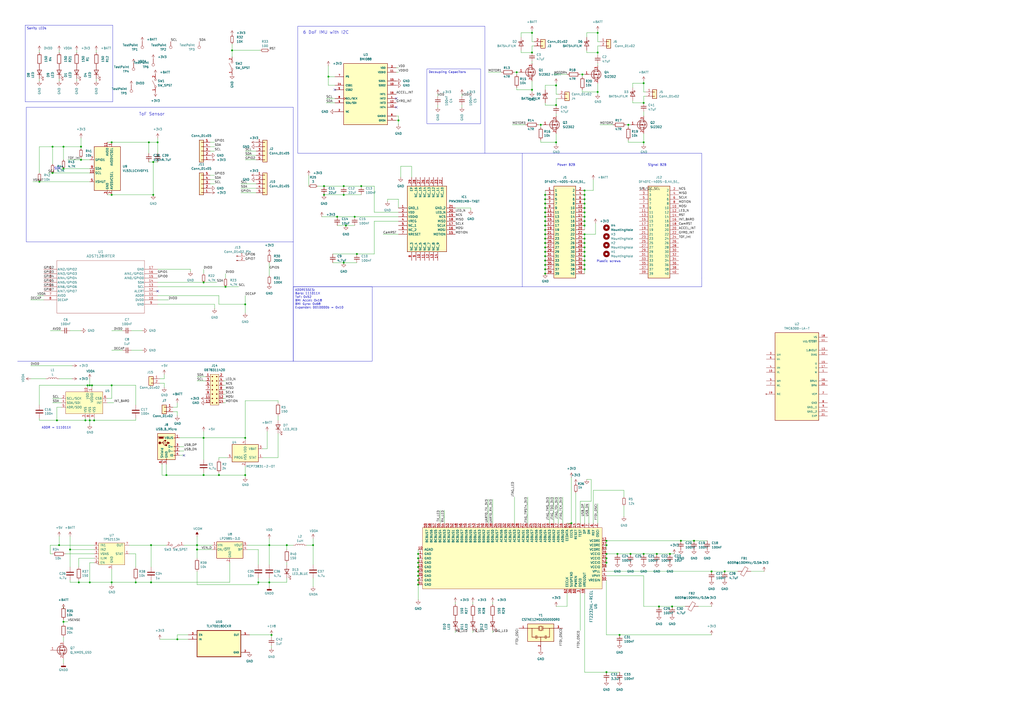
<source format=kicad_sch>
(kicad_sch (version 20250114) (generator "eeschema") (generator_version "9.0")
  (paper "A2")
  (rectangle (start 15.24 62.23) (end 170.18 140.335))
  (rectangle (start 172.72 15.24) (end 281.305 88.9))
  (text "Plastic screws\n" (at 353.06 151.638 0) (effects (font (size 1.27 1.27))))
  (text "Power B2B\n" (at 328.422 95.758 0) (effects (font (size 1.27 1.27))))
  (text "ToF Sensor" (at 80.518 66.294 0) (effects (font (size 1.778 1.778)) (justify left)))
  (text "ADDR = 111011X" (at 24.13 248.92 0) (effects (font (size 1.27 1.27)) (justify left bottom)))
  (text "6 DoF IMU with I2C\n\n" (at 175.768 20.32 0) (effects (font (size 1.778 1.778)) (justify left)))
  (text "SDA" (at 33.274 97.79 0) (effects (font (size 1.27 1.27))))
  (text "Signal B2B\n" (at 381.254 95.758 0) (effects (font (size 1.27 1.27))))
  (text_box "ADDRESSES:\nBaro: 111011X\nToF: 0x52\nBMI Accel: 0x18\nBMI Gyro: 0x68\nExpander: 0010000b = 0x10" (at 170.18 166.37 0) (size 45.72 43.18) (margins 0.9525 0.9525 0.9525 0.9525) (effects (font (size 1.27 1.27)) (justify left top)))
  (text_box "Sanity LEDs\n" (at 14.605 14.605 0) (size 50.8 44.45) (margins 0.9525 0.9525 0.9525 0.9525) (effects (font (size 1.27 1.27)) (justify left top)))
  (text_box "Decoupling Capacitors" (at 247.65 40.005 0) (size 31.115 31.75) (margins 0.9525 0.9525 0.9525 0.9525) (effects (font (size 1.27 1.27)) (justify left top)))
  (junction (at 316.23 153.67))
  (junction (at 207.01 147.32))
  (junction (at 373.38 48.26))
  (junction (at 351.79 316.23))
  (junction (at 322.58 60.96))
  (junction (at 339.09 130.81))
  (junction (at 88.9 93.98))
  (junction (at 364.49 72.39))
  (junction (at 299.72 41.91))
  (junction (at 187.96 113.03))
  (junction (at 339.09 123.19))
  (junction (at 308.61 30.48))
  (junction (at 351.79 321.31))
  (junction (at 86.36 82.55))
  (junction (at 36.83 97.79))
  (junction (at 365.76 321.31))
  (junction (at 331.47 303.53))
  (junction (at 187.96 107.95))
  (junction (at 339.09 143.51))
  (junction (at 242.57 328.93))
  (junction (at 351.79 313.69))
  (junction (at 50.8 223.52))
  (junction (at 402.59 313.69))
  (junction (at 64.77 82.55))
  (junction (at 46.99 85.09))
  (junction (at 64.77 223.52))
  (junction (at 339.09 146.05))
  (junction (at 242.57 336.55))
  (junction (at 351.79 389.89))
  (junction (at 316.23 135.89))
  (junction (at 91.44 82.55))
  (junction (at 359.41 368.3))
  (junction (at 373.38 321.31))
  (junction (at 49.53 243.84))
  (junction (at 339.09 128.27))
  (junction (at 389.89 351.79))
  (junction (at 316.23 113.03))
  (junction (at 316.23 138.43))
  (junction (at 209.55 107.95))
  (junction (at 339.09 153.67))
  (junction (at 394.97 313.69))
  (junction (at 339.09 148.59))
  (junction (at 87.63 316.23))
  (junction (at 242.57 326.39))
  (junction (at 102.87 370.84))
  (junction (at 322.58 82.55))
  (junction (at 30.48 85.09))
  (junction (at 388.62 321.31))
  (junction (at 134.62 29.21))
  (junction (at 351.79 323.85))
  (junction (at 316.23 115.57))
  (junction (at 156.21 316.23))
  (junction (at 127 275.59))
  (junction (at 156.21 337.82))
  (junction (at 316.23 143.51))
  (junction (at 316.23 146.05))
  (junction (at 114.3 316.23))
  (junction (at 142.24 254))
  (junction (at 52.07 243.84))
  (junction (at 316.23 156.21))
  (junction (at 166.37 316.23))
  (junction (at 339.09 118.11))
  (junction (at 200.66 130.81))
  (junction (at 195.58 125.73))
  (junction (at 351.79 326.39))
  (junction (at 36.83 360.68))
  (junction (at 130.81 166.37))
  (junction (at 242.57 323.85))
  (junction (at 420.37 331.47))
  (junction (at 316.23 120.65))
  (junction (at 339.09 138.43))
  (junction (at 242.57 339.09))
  (junction (at 316.23 128.27))
  (junction (at 339.09 135.89))
  (junction (at 339.09 120.65))
  (junction (at 114.3 318.77))
  (junction (at 53.34 223.52))
  (junction (at 52.07 337.82))
  (junction (at 40.64 318.77))
  (junction (at 64.77 337.82))
  (junction (at 88.9 113.03))
  (junction (at 308.61 52.07))
  (junction (at 149.86 337.82))
  (junction (at 412.75 331.47))
  (junction (at 199.39 152.4))
  (junction (at 118.11 275.59))
  (junction (at 142.24 176.53))
  (junction (at 339.09 151.13))
  (junction (at 118.11 254))
  (junction (at 346.71 19.05))
  (junction (at 316.23 118.11))
  (junction (at 30.48 100.33))
  (junction (at 46.99 92.71))
  (junction (at 373.38 82.55))
  (junction (at 381 321.31))
  (junction (at 181.61 316.23))
  (junction (at 33.02 243.84))
  (junction (at 316.23 130.81))
  (junction (at 346.71 30.48))
  (junction (at 339.09 110.49))
  (junction (at 316.23 125.73))
  (junction (at 22.86 105.41))
  (junction (at 231.14 69.85))
  (junction (at 373.38 59.69))
  (junction (at 205.74 125.73))
  (junction (at 322.58 49.53))
  (junction (at 64.77 113.03))
  (junction (at 199.39 107.95))
  (junction (at 36.83 85.09))
  (junction (at 157.48 368.3))
  (junction (at 382.27 351.79))
  (junction (at 316.23 133.35))
  (junction (at 142.24 275.59))
  (junction (at 339.09 140.97))
  (junction (at 346.71 53.34))
  (junction (at 308.61 19.05))
  (junction (at 313.69 72.39))
  (junction (at 358.14 321.31))
  (junction (at 316.23 123.19))
  (junction (at 78.74 337.82))
  (junction (at 316.23 158.75))
  (junction (at 316.23 148.59))
  (junction (at 199.39 113.03))
  (junction (at 96.52 275.59))
  (junction (at 339.09 113.03))
  (junction (at 339.09 115.57))
  (junction (at 52.07 223.52))
  (junction (at 339.09 125.73))
  (junction (at 242.57 334.01))
  (junction (at 87.63 337.82))
  (junction (at 190.5 44.45))
  (junction (at 242.57 331.47))
  (junction (at 339.09 156.21))
  (junction (at 316.23 140.97))
  (junction (at 242.57 321.31))
  (junction (at 34.29 316.23))
  (junction (at 337.82 43.18))
  (junction (at 54.61 243.84))
  (junction (at 316.23 151.13))
  (junction (at 118.11 163.83))
  (junction (at 45.72 337.82))
  (no_connect (at 194.31 52.07))
  (no_connect (at 229.87 62.23))
  (no_connect (at 229.87 57.15))
  (no_connect (at 91.44 168.91))
  (no_connect (at 106.68 264.16))
  (wire (pts (xy 144.78 368.3) (xy 157.48 368.3)))
  (wire (pts (xy 17.78 212.09) (xy 41.91 212.09)))
  (wire (pts (xy 339.09 120.65) (xy 339.09 123.19)))
  (wire (pts (xy 339.09 153.67) (xy 339.09 156.21)))
  (wire (pts (xy 129.54 233.68) (xy 130.81 233.68)))
  (wire (pts (xy 313.69 73.66) (xy 313.69 72.39)))
  (wire (pts (xy 313.69 72.39) (xy 314.96 72.39)))
  (wire (pts (xy 52.07 337.82) (xy 64.77 337.82)))
  (wire (pts (xy 156.21 337.82) (xy 156.21 340.36)))
  (wire (pts (xy 340.36 30.48) (xy 346.71 30.48)))
  (wire (pts (xy 49.53 242.57) (xy 49.53 243.84)))
  (wire (pts (xy 186.69 125.73) (xy 195.58 125.73)))
  (wire (pts (xy 242.57 339.09) (xy 242.57 347.98)))
  (wire (pts (xy 149.86 339.09) (xy 149.86 337.82)))
  (wire (pts (xy 41.91 219.71) (xy 34.29 219.71)))
  (wire (pts (xy 367.03 58.42) (xy 367.03 59.69)))
  (wire (pts (xy 373.38 351.79) (xy 382.27 351.79)))
  (wire (pts (xy 109.22 368.3) (xy 102.87 368.3)))
  (wire (pts (xy 54.61 242.57) (xy 54.61 243.84)))
  (wire (pts (xy 143.51 316.23) (xy 156.21 316.23)))
  (wire (pts (xy 316.23 133.35) (xy 316.23 130.81)))
  (wire (pts (xy 321.31 288.29) (xy 321.31 303.53)))
  (wire (pts (xy 78.74 337.82) (xy 87.63 337.82)))
  (wire (pts (xy 374.65 53.34) (xy 373.38 53.34)))
  (wire (pts (xy 351.79 321.31) (xy 358.14 321.31)))
  (wire (pts (xy 166.37 316.23) (xy 170.18 316.23)))
  (wire (pts (xy 139.7 111.76) (xy 148.59 111.76)))
  (wire (pts (xy 22.86 85.09) (xy 30.48 85.09)))
  (wire (pts (xy 242.57 323.85) (xy 242.57 326.39)))
  (wire (pts (xy 397.51 351.79) (xy 389.89 351.79)))
  (wire (pts (xy 347.98 24.13) (xy 346.71 24.13)))
  (wire (pts (xy 87.63 336.55) (xy 87.63 337.82)))
  (wire (pts (xy 156.21 316.23) (xy 166.37 316.23)))
  (wire (pts (xy 313.69 81.28) (xy 313.69 82.55)))
  (wire (pts (xy 30.48 85.09) (xy 36.83 85.09)))
  (wire (pts (xy 104.14 254) (xy 118.11 254)))
  (wire (pts (xy 118.11 156.21) (xy 118.11 158.75)))
  (wire (pts (xy 373.38 64.77) (xy 373.38 67.31)))
  (wire (pts (xy 229.87 39.37) (xy 231.14 39.37)))
  (wire (pts (xy 36.83 360.68) (xy 39.37 360.68)))
  (wire (pts (xy 217.17 128.27) (xy 217.17 147.32)))
  (wire (pts (xy 22.86 242.57) (xy 22.86 243.84)))
  (wire (pts (xy 373.38 55.88) (xy 373.38 59.69)))
  (wire (pts (xy 36.83 359.41) (xy 36.83 360.68)))
  (wire (pts (xy 308.61 24.13) (xy 308.61 19.05)))
  (wire (pts (xy 339.09 128.27) (xy 339.09 130.81)))
  (wire (pts (xy 347.98 72.39) (xy 355.6 72.39)))
  (wire (pts (xy 308.61 17.78) (xy 308.61 19.05)))
  (wire (pts (xy 74.93 316.23) (xy 87.63 316.23)))
  (wire (pts (xy 285.75 367.03) (xy 285.75 365.76)))
  (wire (pts (xy 190.5 44.45) (xy 190.5 49.53)))
  (wire (pts (xy 339.09 292.1) (xy 339.09 303.53)))
  (wire (pts (xy 351.79 323.85) (xy 351.79 321.31)))
  (wire (pts (xy 331.47 303.53) (xy 328.93 303.53)))
  (wire (pts (xy 339.09 148.59) (xy 339.09 151.13)))
  (wire (pts (xy 242.57 334.01) (xy 242.57 336.55)))
  (wire (pts (xy 231.14 123.19) (xy 217.17 123.19)))
  (wire (pts (xy 45.72 336.55) (xy 45.72 337.82)))
  (wire (pts (xy 114.3 318.77) (xy 123.19 318.77)))
  (wire (pts (xy 154.94 250.19) (xy 154.94 260.35)))
  (wire (pts (xy 25.4 171.45) (xy 21.59 171.45)))
  (wire (pts (xy 339.09 110.49) (xy 339.09 113.03)))
  (wire (pts (xy 156.21 337.82) (xy 149.86 337.82)))
  (wire (pts (xy 351.79 313.69) (xy 394.97 313.69)))
  (wire (pts (xy 339.09 146.05) (xy 339.09 148.59)))
  (wire (pts (xy 334.01 285.75) (xy 334.01 303.53)))
  (wire (pts (xy 114.3 318.77) (xy 114.3 323.85)))
  (wire (pts (xy 134.62 29.21) (xy 151.13 29.21)))
  (wire (pts (xy 339.09 389.89) (xy 351.79 389.89)))
  (wire (pts (xy 54.61 326.39) (xy 52.07 326.39)))
  (wire (pts (xy 205.74 130.81) (xy 200.66 130.81)))
  (wire (pts (xy 336.55 290.83) (xy 336.55 303.53)))
  (wire (pts (xy 308.61 52.07) (xy 308.61 53.34)))
  (wire (pts (xy 114.3 331.47) (xy 114.3 339.09)))
  (wire (pts (xy 328.93 351.79) (xy 322.58 351.79)))
  (wire (pts (xy 193.04 152.4) (xy 199.39 152.4)))
  (wire (pts (xy 316.23 140.97) (xy 316.23 138.43)))
  (wire (pts (xy 299.72 50.8) (xy 299.72 52.07)))
  (wire (pts (xy 102.87 370.84) (xy 92.71 370.84)))
  (wire (pts (xy 254 60.96) (xy 254 62.23)))
  (wire (pts (xy 231.14 120.65) (xy 231.14 115.57)))
  (wire (pts (xy 242.57 328.93) (xy 242.57 331.47)))
  (wire (pts (xy 274.32 367.03) (xy 274.32 365.76)))
  (wire (pts (xy 323.85 288.29) (xy 323.85 303.53)))
  (wire (pts (xy 93.98 275.59) (xy 96.52 275.59)))
  (wire (pts (xy 166.37 337.82) (xy 156.21 337.82)))
  (wire (pts (xy 209.55 107.95) (xy 217.17 107.95)))
  (wire (pts (xy 114.3 311.15) (xy 114.3 316.23)))
  (wire (pts (xy 114.3 220.98) (xy 119.38 220.98)))
  (wire (pts (xy 316.23 158.75) (xy 316.23 156.21)))
  (wire (pts (xy 346.71 24.13) (xy 346.71 19.05)))
  (wire (pts (xy 118.11 250.19) (xy 118.11 254)))
  (wire (pts (xy 316.23 110.49) (xy 316.23 113.03)))
  (wire (pts (xy 36.83 85.09) (xy 46.99 85.09)))
  (wire (pts (xy 273.05 120.65) (xy 273.05 121.92)))
  (wire (pts (xy 308.61 26.67) (xy 308.61 30.48)))
  (wire (pts (xy 166.37 335.28) (xy 166.37 337.82)))
  (wire (pts (xy 64.77 113.03) (xy 62.23 113.03)))
  (wire (pts (xy 100.33 236.22) (xy 102.87 236.22)))
  (wire (pts (xy 104.14 259.08) (xy 106.68 259.08)))
  (polyline (pts (xy 302.895 166.37) (xy 170.18 166.37)))
  (wire (pts (xy 33.02 236.22) (xy 33.02 243.84)))
  (wire (pts (xy 114.3 316.23) (xy 123.19 316.23)))
  (wire (pts (xy 367.03 59.69) (xy 373.38 59.69)))
  (wire (pts (xy 336.55 43.18) (xy 337.82 43.18)))
  (wire (pts (xy 365.76 321.31) (xy 373.38 321.31)))
  (wire (pts (xy 207.01 147.32) (xy 217.17 147.32)))
  (wire (pts (xy 339.09 135.89) (xy 339.09 138.43)))
  (polyline (pts (xy 170.18 140.335) (xy 170.18 209.55)))
  (wire (pts (xy 40.64 191.77) (xy 46.99 191.77)))
  (wire (pts (xy 339.09 135.89) (xy 345.44 135.89)))
  (wire (pts (xy 124.46 106.68) (xy 121.92 106.68)))
  (wire (pts (xy 316.23 146.05) (xy 316.23 143.51)))
  (wire (pts (xy 102.87 368.3) (xy 102.87 370.84)))
  (wire (pts (xy 91.44 176.53) (xy 124.46 176.53)))
  (wire (pts (xy 231.14 41.91) (xy 229.87 41.91)))
  (wire (pts (xy 242.57 336.55) (xy 242.57 339.09)))
  (wire (pts (xy 316.23 138.43) (xy 316.23 135.89)))
  (wire (pts (xy 64.77 223.52) (xy 78.74 223.52)))
  (wire (pts (xy 91.44 166.37) (xy 130.81 166.37)))
  (wire (pts (xy 322.58 57.15) (xy 323.85 57.15)))
  (wire (pts (xy 346.71 292.1) (xy 346.71 303.53)))
  (wire (pts (xy 231.14 128.27) (xy 217.17 128.27)))
  (wire (pts (xy 129.54 228.6) (xy 130.81 228.6)))
  (wire (pts (xy 179.07 101.6) (xy 179.07 107.95)))
  (wire (pts (xy 351.79 326.39) (xy 351.79 323.85)))
  (wire (pts (xy 45.72 337.82) (xy 52.07 337.82)))
  (wire (pts (xy 29.21 191.77) (xy 35.56 191.77)))
  (wire (pts (xy 92.71 222.25) (xy 95.25 222.25)))
  (wire (pts (xy 62.23 231.14) (xy 64.77 231.14)))
  (wire (pts (xy 109.22 370.84) (xy 102.87 370.84)))
  (wire (pts (xy 195.58 125.73) (xy 205.74 125.73)))
  (wire (pts (xy 166.37 316.23) (xy 166.37 318.77)))
  (wire (pts (xy 412.75 331.47) (xy 420.37 331.47)))
  (wire (pts (xy 316.23 153.67) (xy 316.23 151.13)))
  (wire (pts (xy 133.35 326.39) (xy 133.35 337.82)))
  (wire (pts (xy 358.14 321.31) (xy 365.76 321.31)))
  (wire (pts (xy 339.09 344.17) (xy 339.09 389.89)))
  (wire (pts (xy 322.58 57.15) (xy 322.58 60.96)))
  (wire (pts (xy 298.45 41.91) (xy 299.72 41.91)))
  (wire (pts (xy 55.88 29.21) (xy 55.88 30.48)))
  (wire (pts (xy 129.54 223.52) (xy 130.81 223.52)))
  (wire (pts (xy 359.41 389.89) (xy 351.79 389.89)))
  (wire (pts (xy 405.13 351.79) (xy 412.75 351.79)))
  (wire (pts (xy 40.64 318.77) (xy 54.61 318.77)))
  (wire (pts (xy 274.32 349.25) (xy 274.32 350.52)))
  (wire (pts (xy 30.48 95.25) (xy 30.48 85.09)))
  (wire (pts (xy 351.79 368.3) (xy 359.41 368.3)))
  (wire (pts (xy 50.8 224.79) (xy 50.8 223.52)))
  (wire (pts (xy 35.56 236.22) (xy 33.02 236.22)))
  (wire (pts (xy 29.21 321.31) (xy 29.21 316.23)))
  (wire (pts (xy 118.11 275.59) (xy 96.52 275.59)))
  (wire (pts (xy 242.57 326.39) (xy 242.57 328.93)))
  (wire (pts (xy 351.79 316.23) (xy 351.79 313.69)))
  (wire (pts (xy 346.71 36.83) (xy 346.71 38.1)))
  (wire (pts (xy 255.27 295.91) (xy 255.27 303.53)))
  (wire (pts (xy 373.38 334.01) (xy 373.38 351.79)))
  (wire (pts (xy 132.08 265.43) (xy 127 265.43)))
  (wire (pts (xy 316.23 128.27) (xy 316.23 125.73)))
  (wire (pts (xy 316.23 118.11) (xy 316.23 115.57)))
  (wire (pts (xy 17.78 173.99) (xy 25.4 173.99)))
  (wire (pts (xy 339.09 151.13) (xy 339.09 153.67)))
  (wire (pts (xy 264.16 367.03) (xy 264.16 365.76)))
  (wire (pts (xy 322.58 77.47) (xy 322.58 82.55)))
  (wire (pts (xy 344.17 284.48) (xy 361.95 284.48)))
  (wire (pts (xy 30.48 231.14) (xy 35.56 231.14)))
  (wire (pts (xy 306.07 288.29) (xy 306.07 303.53)))
  (wire (pts (xy 308.61 46.99) (xy 308.61 52.07)))
  (wire (pts (xy 52.07 243.84) (xy 52.07 246.38)))
  (wire (pts (xy 129.54 226.06) (xy 130.81 226.06)))
  (wire (pts (xy 242.57 331.47) (xy 242.57 334.01)))
  (wire (pts (xy 346.71 26.67) (xy 347.98 26.67)))
  (wire (pts (xy 64.77 113.03) (xy 88.9 113.03)))
  (wire (pts (xy 339.09 140.97) (xy 339.09 143.51)))
  (wire (pts (xy 36.83 97.79) (xy 52.07 97.79)))
  (wire (pts (xy 52.07 223.52) (xy 53.34 223.52)))
  (wire (pts (xy 64.77 223.52) (xy 53.34 223.52)))
  (wire (pts (xy 124.46 87.63) (xy 121.92 87.63)))
  (wire (pts (xy 91.44 82.55) (xy 91.44 88.9)))
  (wire (pts (xy 142.24 92.71) (xy 148.59 92.71)))
  (wire (pts (xy 134.62 29.21) (xy 134.62 25.4)))
  (wire (pts (xy 22.86 105.41) (xy 52.07 105.41)))
  (wire (pts (xy 27.94 100.33) (xy 30.48 100.33)))
  (wire (pts (xy 97.79 173.99) (xy 91.44 173.99)))
  (wire (pts (xy 118.11 254) (xy 142.24 254)))
  (wire (pts (xy 312.42 72.39) (xy 313.69 72.39)))
  (wire (pts (xy 52.07 326.39) (xy 52.07 337.82)))
  (wire (pts (xy 124.46 104.14) (xy 121.92 104.14)))
  (wire (pts (xy 139.7 109.22) (xy 148.59 109.22)))
  (wire (pts (xy 64.77 337.82) (xy 78.74 337.82)))
  (wire (pts (xy 36.83 353.06) (xy 36.83 351.79)))
  (wire (pts (xy 100.33 238.76) (xy 102.87 238.76)))
  (wire (pts (xy 199.39 107.95) (xy 209.55 107.95)))
  (wire (pts (xy 231.14 69.85) (xy 231.14 72.39)))
  (wire (pts (xy 297.18 72.39) (xy 304.8 72.39)))
  (wire (pts (xy 339.09 138.43) (xy 339.09 140.97)))
  (wire (pts (xy 40.64 311.15) (xy 40.64 318.77)))
  (wire (pts (xy 328.93 351.79) (xy 328.93 344.17)))
  (wire (pts (xy 22.86 243.84) (xy 33.02 243.84)))
  (wire (pts (xy 64.77 191.77) (xy 71.12 191.77)))
  (wire (pts (xy 322.58 48.26) (xy 322.58 49.53)))
  (wire (pts (xy 205.74 125.73) (xy 231.14 125.73)))
  (wire (pts (xy 340.36 19.05) (xy 340.36 21.59)))
  (wire (pts (xy 46.99 92.71) (xy 52.07 92.71)))
  (wire (pts (xy 44.45 46.99) (xy 44.45 45.72)))
  (wire (pts (xy 130.81 166.37) (xy 138.43 166.37)))
  (wire (pts (xy 342.9 278.13) (xy 342.9 290.83)))
  (wire (pts (xy 157.48 369.57) (xy 157.48 368.3)))
  (wire (pts (xy 381 321.31) (xy 388.62 321.31)))
  (wire (pts (xy 78.74 242.57) (xy 78.74 243.84)))
  (wire (pts (xy 264.16 120.65) (xy 273.05 120.65)))
  (wire (pts (xy 127 265.43) (xy 127 266.7)))
  (wire (pts (xy 36.83 369.57) (xy 36.83 372.11)))
  (wire (pts (xy 341.63 292.1) (xy 341.63 303.53)))
  (wire (pts (xy 40.64 328.93) (xy 40.64 318.77)))
  (wire (pts (xy 364.49 82.55) (xy 373.38 82.55)))
  (wire (pts (xy 190.5 49.53) (xy 194.31 49.53)))
  (wire (pts (xy 283.21 41.91) (xy 290.83 41.91)))
  (wire (pts (xy 26.67 219.71) (xy 17.78 219.71)))
  (wire (pts (xy 92.71 219.71) (xy 95.25 219.71)))
  (wire (pts (xy 29.21 316.23) (xy 34.29 316.23)))
  (wire (pts (xy 331.47 276.86) (xy 331.47 303.53)))
  (wire (pts (xy 373.38 321.31) (xy 381 321.31)))
  (wire (pts (xy 373.38 77.47) (xy 373.38 82.55)))
  (wire (pts (xy 346.71 17.78) (xy 346.71 19.05)))
  (wire (pts (xy 62.23 233.68) (xy 66.04 233.68)))
  (wire (pts (xy 339.09 118.11) (xy 339.09 120.65)))
  (wire (pts (xy 224.79 115.57) (xy 224.79 116.84)))
  (wire (pts (xy 339.09 125.73) (xy 339.09 128.27)))
  (wire (pts (xy 187.96 113.03) (xy 199.39 113.03)))
  (wire (pts (xy 346.71 26.67) (xy 346.71 30.48)))
  (wire (pts (xy 316.23 60.96) (xy 322.58 60.96)))
  (wire (pts (xy 129.54 231.14) (xy 130.81 231.14)))
  (wire (pts (xy 308.61 19.05) (xy 302.26 19.05)))
  (wire (pts (xy 52.07 243.84) (xy 54.61 243.84)))
  (wire (pts (xy 156.21 312.42) (xy 156.21 316.23)))
  (wire (pts (xy 149.86 337.82) (xy 149.86 335.28)))
  (wire (pts (xy 232.41 96.52) (xy 232.41 102.87)))
  (wire (pts (xy 118.11 163.83) (xy 125.73 163.83)))
  (wire (pts (xy 309.88 24.13) (xy 308.61 24.13)))
  (wire (pts (xy 238.76 102.87) (xy 238.76 96.52)))
  (wire (pts (xy 302.26 19.05) (xy 302.26 21.59)))
  (wire (pts (xy 316.23 151.13) (xy 316.23 148.59)))
  (wire (pts (xy 382.27 351.79) (xy 389.89 351.79)))
  (wire (pts (xy 345.44 129.54) (xy 345.44 135.89)))
  (wire (pts (xy 87.63 316.23) (xy 96.52 316.23)))
  (wire (pts (xy 87.63 316.23) (xy 87.63 328.93)))
  (wire (pts (xy 194.31 44.45) (xy 190.5 44.45)))
  (wire (pts (xy 264.16 349.25) (xy 264.16 350.52)))
  (wire (pts (xy 64.77 203.2) (xy 71.12 203.2)))
  (wire (pts (xy 181.61 312.42) (xy 181.61 316.23)))
  (wire (pts (xy 149.86 318.77) (xy 143.51 318.77)))
  (wire (pts (xy 339.09 143.51) (xy 339.09 146.05)))
  (wire (pts (xy 95.25 219.71) (xy 95.25 217.17)))
  (polyline (pts (xy 281.305 88.9) (xy 407.035 88.9)))
  (polyline (pts (xy 302.895 166.37) (xy 302.895 88.9)))
  (wire (pts (xy 313.69 82.55) (xy 322.58 82.55)))
  (wire (pts (xy 40.64 337.82) (xy 45.72 337.82)))
  (wire (pts (xy 142.24 90.17) (xy 148.59 90.17)))
  (wire (pts (xy 152.4 265.43) (xy 161.29 265.43)))
  (wire (pts (xy 156.21 335.28) (xy 156.21 337.82)))
  (wire (pts (xy 93.98 269.24) (xy 93.98 275.59)))
  (wire (pts (xy 54.61 323.85) (xy 45.72 323.85)))
  (wire (pts (xy 181.61 327.66) (xy 181.61 316.23)))
  (wire (pts (xy 30.48 233.68) (xy 35.56 233.68)))
  (wire (pts (xy 340.36 29.21) (xy 340.36 30.48)))
  (wire (pts (xy 181.61 335.28) (xy 181.61 340.36)))
  (wire (pts (xy 142.24 87.63) (xy 148.59 87.63)))
  (wire (pts (xy 364.49 73.66) (xy 364.49 72.39)))
  (wire (pts (xy 118.11 275.59) (xy 127 275.59)))
  (wire (pts (xy 22.86 234.95) (xy 22.86 223.52)))
  (wire (pts (xy 187.96 107.95) (xy 199.39 107.95)))
  (wire (pts (xy 339.09 156.21) (xy 339.09 158.75)))
  (wire (pts (xy 337.82 53.34) (xy 346.71 53.34)))
  (wire (pts (xy 91.44 156.21) (xy 110.49 156.21)))
  (wire (pts (xy 142.24 254) (xy 142.24 232.41)))
  (wire (pts (xy 78.74 336.55) (xy 78.74 337.82)))
  (wire (pts (xy 149.86 327.66) (xy 149.86 318.77)))
  (wire (pts (xy 45.72 323.85) (xy 45.72 328.93)))
  (wire (pts (xy 224.79 115.57) (xy 231.14 115.57)))
  (wire (pts (xy 50.8 223.52) (xy 52.07 223.52)))
  (wire (pts (xy 102.87 236.22) (xy 102.87 233.68)))
  (wire (pts (xy 134.62 33.02) (xy 134.62 29.21)))
  (wire (pts (xy 316.23 120.65) (xy 316.23 123.19)))
  (wire (pts (xy 316.23 59.69) (xy 316.23 60.96)))
  (wire (pts (xy 267.97 54.61) (xy 267.97 55.88)))
  (wire (pts (xy 339.09 113.03) (xy 339.09 115.57)))
  (wire (pts (xy 217.17 123.19) (xy 217.17 107.95)))
  (wire (pts (xy 118.11 274.32) (xy 118.11 275.59)))
  (wire (pts (xy 36.83 360.68) (xy 36.83 361.95)))
  (wire (pts (xy 91.44 163.83) (xy 118.11 163.83)))
  (wire (pts (xy 38.1 321.31) (xy 54.61 321.31)))
  (wire (pts (xy 22.86 85.09) (xy 22.86 100.33)))
  (wire (pts (xy 91.44 171.45) (xy 127 171.45)))
  (wire (pts (xy 124.46 85.09) (xy 121.92 85.09)))
  (wire (pts (xy 337.82 44.45) (xy 337.82 43.18)))
  (wire (pts (xy 299.72 52.07) (xy 308.61 52.07)))
  (wire (pts (xy 55.88 46.99) (xy 55.88 45.72)))
  (wire (pts (xy 22.86 223.52) (xy 50.8 223.52)))
  (wire (pts (xy 64.77 82.55) (xy 86.36 82.55)))
  (wire (pts (xy 88.9 93.98) (xy 88.9 113.03)))
  (wire (pts (xy 316.23 118.11) (xy 316.23 120.65)))
  (wire (pts (xy 346.71 19.05) (xy 340.36 19.05)))
  (wire (pts (xy 346.71 31.75) (xy 346.71 30.48)))
  (wire (pts (xy 344.17 104.14) (xy 344.17 110.49)))
  (wire (pts (xy 49.53 243.84) (xy 52.07 243.84)))
  (wire (pts (xy 22.86 46.99) (xy 22.86 45.72)))
  (wire (pts (xy 299.72 43.18) (xy 299.72 41.91)))
  (wire (pts (xy 142.24 275.59) (xy 142.24 276.86)))
  (wire (pts (xy 142.24 270.51) (xy 142.24 275.59)))
  (wire (pts (xy 34.29 311.15) (xy 34.29 316.23)))
  (wire (pts (xy 34.29 46.99) (xy 34.29 45.72)))
  (wire (pts (xy 142.24 232.41) (xy 161.29 232.41)))
  (wire (pts (xy 34.29 29.21) (xy 34.29 30.48)))
  (wire (pts (xy 322.58 54.61) (xy 322.58 49.53)))
  (wire (pts (xy 359.41 368.3) (xy 412.75 368.3)))
  (polyline (pts (xy 407.035 88.9) (xy 407.035 161.29)))
  (wire (pts (xy 161.29 251.46) (xy 161.29 265.43)))
  (wire (pts (xy 129.54 220.98) (xy 130.81 220.98)))
  (wire (pts (xy 298.45 288.29) (xy 298.45 303.53)))
  (wire (pts (xy 166.37 326.39) (xy 166.37 327.66)))
  (wire (pts (xy 193.04 147.32) (xy 207.01 147.32)))
  (wire (pts (xy 364.49 72.39) (xy 365.76 72.39)))
  (wire (pts (xy 361.95 293.37) (xy 361.95 299.72)))
  (wire (pts (xy 46.99 86.36) (xy 46.99 85.09)))
  (wire (pts (xy 402.59 313.69) (xy 410.21 313.69)))
  (wire (pts (xy 152.4 260.35) (xy 154.94 260.35)))
  (wire (pts (xy 200.66 130.81) (xy 195.58 130.81)))
  (wire (pts (xy 86.36 82.55) (xy 86.36 88.9)))
  (wire (pts (xy 118.11 266.7) (xy 118.11 254)))
  (wire (pts (xy 316.23 135.89) (xy 316.23 133.35)))
  (wire (pts (xy 339.09 115.57) (xy 339.09 118.11)))
  (wire (pts (xy 346.71 53.34) (xy 346.71 54.61)))
  (wire (pts (xy 373.38 55.88) (xy 374.65 55.88)))
  (wire (pts (xy 161.29 232.41) (xy 161.29 233.68)))
  (wire (pts (xy 181.61 316.23) (xy 177.8 316.23)))
  (wire (pts (xy 435.61 331.47) (xy 443.23 331.47)))
  (polyline (pts (xy 302.895 166.37) (xy 407.035 166.37)))
  (polyline (pts (xy 10.16 209.55) (xy 170.18 209.55)))
  (wire (pts (xy 106.68 316.23) (xy 114.3 316.23)))
  (wire (pts (xy 231.14 67.31) (xy 231.14 69.85)))
  (wire (pts (xy 363.22 72.39) (xy 364.49 72.39)))
  (wire (pts (xy 316.23 143.51) (xy 316.23 140.97)))
  (wire (pts (xy 78.74 321.31) (xy 78.74 328.93)))
  (wire (pts (xy 87.63 337.82) (xy 133.35 337.82)))
  (wire (pts (xy 373.38 46.99) (xy 373.38 48.26)))
  (wire (pts (xy 229.87 69.85) (xy 231.14 69.85)))
  (wire (pts (xy 346.71 48.26) (xy 346.71 53.34)))
  (wire (pts (xy 318.77 288.29) (xy 318.77 303.53)))
  (wire (pts (xy 351.79 318.77) (xy 351.79 316.23)))
  (wire (pts (xy 351.79 336.55) (xy 351.79 368.3)))
  (wire (pts (xy 364.49 81.28) (xy 364.49 82.55)))
  (wire (pts (xy 127 176.53) (xy 142.24 176.53)))
  (wire (pts (xy 316.23 113.03) (xy 316.23 115.57)))
  (wire (pts (xy 321.31 43.18) (xy 328.93 43.18)))
  (wire (pts (xy 142.24 254) (xy 142.24 255.27)))
  (polyline (pts (xy 407.035 161.29) (xy 407.035 166.37)))
  (wire (pts (xy 52.07 223.52) (xy 52.07 219.71)))
  (wire (pts (xy 44.45 29.21) (xy 44.45 30.48)))
  (wire (pts (xy 238.76 96.52) (xy 232.41 96.52)))
  (wire (pts (xy 86.36 82.55) (xy 91.44 82.55)))
  (wire (pts (xy 184.15 107.95) (xy 187.96 107.95)))
  (wire (pts (xy 91.44 80.01) (xy 91.44 82.55)))
  (wire (pts (xy 34.29 316.23) (xy 54.61 316.23)))
  (wire (pts (xy 142.24 181.61) (xy 142.24 176.53)))
  (wire (pts (xy 62.23 82.55) (xy 64.77 82.55)))
  (wire (pts (xy 339.09 110.49) (xy 344.17 110.49)))
  (wire (pts (xy 361.95 288.29) (xy 361.95 284.48)))
  (wire (pts (xy 242.57 318.77) (xy 242.57 321.31)))
  (wire (pts (xy 124.46 101.6) (xy 121.92 101.6)))
  (wire (pts (xy 285.75 289.56) (xy 285.75 303.53)))
  (wire (pts (xy 254 54.61) (xy 254 55.88)))
  (wire (pts (xy 46.99 80.01) (xy 46.99 85.09)))
  (wire (pts (xy 299.72 41.91) (xy 300.99 41.91)))
  (wire (pts (xy 139.7 106.68) (xy 148.59 106.68)))
  (wire (pts (xy 189.23 59.69) (xy 194.31 59.69)))
  (wire (pts (xy 156.21 152.4) (xy 156.21 160.02)))
  (wire (pts (xy 302.26 30.48) (xy 308.61 30.48)))
  (wire (pts (xy 285.75 349.25) (xy 285.75 350.52)))
  (wire (pts (xy 54.61 243.84) (xy 78.74 243.84)))
  (wire (pts (xy 339.09 123.19) (xy 339.09 125.73)))
  (wire (pts (xy 74.93 321.31) (xy 78.74 321.31)))
  (wire (pts (xy 388.62 321.31) (xy 391.16 321.31)))
  (wire (pts (xy 127 274.32) (xy 127 275.59)))
  (wire (pts (xy 30.48 100.33) (xy 52.07 100.33)))
  (wire (pts (xy 323.85 54.61) (xy 322.58 54.61)))
  (wire (pts (xy 302.26 29.21) (xy 302.26 30.48)))
  (wire (pts (xy 339.09 130.81) (xy 339.09 133.35)))
  (wire (pts (xy 394.97 313.69) (xy 402.59 313.69)))
  (wire (pts (xy 142.24 171.45) (xy 142.24 176.53)))
  (wire (pts (xy 322.58 82.55) (xy 322.58 83.82)))
  (wire (pts (xy 189.23 57.15) (xy 194.31 57.15)))
  (wire (pts (xy 88.9 93.98) (xy 86.36 93.98)))
  (wire (pts (xy 322.58 49.53) (xy 316.23 49.53)))
  (wire (pts (xy 52.07 242.57) (xy 52.07 243.84)))
  (wire (pts (xy 316.23 148.59) (xy 316.23 146.05)))
  (wire (pts (xy 64.77 231.14) (xy 64.77 223.52)))
  (wire (pts (xy 124.46 82.55) (xy 121.92 82.55)))
  (wire (pts (xy 96.52 275.59) (xy 96.52 269.24)))
  (wire (pts (xy 36.83 382.27) (xy 36.83 384.81)))
  (wire (pts (xy 64.77 330.2) (xy 64.77 337.82)))
  (wire (pts (xy 344.17 284.48) (xy 344.17 303.53)))
  (wire (pts (xy 119.38 218.44) (xy 114.3 218.44)))
  (wire (pts (xy 351.79 331.47) (xy 412.75 331.47)))
  (wire (pts (xy 308.61 35.56) (xy 308.61 36.83)))
  (wire (pts (xy 36.83 92.71) (xy 36.83 85.09)))
  (wire (pts (xy 367.03 48.26) (xy 367.03 50.8)))
  (wire (pts (xy 110.49 156.21) (xy 110.49 157.48)))
  (wire (pts (xy 19.05 105.41) (xy 22.86 105.41)))
  (wire (pts (xy 114.3 316.23) (xy 114.3 318.77)))
  (wire (pts (xy 157.48 375.92) (xy 157.48 374.65)))
  (wire (pts (xy 46.99 92.71) (xy 46.99 91.44)))
  (wire (pts (xy 229.87 67.31) (xy 231.14 67.31)))
  (wire (pts (xy 102.87 238.76) (xy 102.87 241.3)))
  (wire (pts (xy 373.38 53.34) (xy 373.38 48.26)))
  (wire (pts (xy 283.21 289.56) (xy 283.21 303.53)))
  (wire (pts (xy 316.23 123.19) (xy 316.23 125.73)))
  (wire (pts (xy 33.02 97.79) (xy 36.83 97.79)))
  (wire (pts (xy 104.14 264.16) (xy 106.68 264.16)))
  (wire (pts (xy 427.99 331.47) (xy 420.37 331.47)))
  (wire (pts (xy 308.61 26.67) (xy 309.88 26.67)))
  (wire (pts (xy 190.5 38.1) (xy 190.5 44.45)))
  (wire (pts (xy 39.37 92.71) (xy 46.99 92.71)))
  (wire (pts (xy 114.3 339.09) (xy 149.86 339.09)))
  (wire (pts (xy 336.55 344.17) (xy 336.55 365.76)))
  (wire (pts (xy 104.14 261.62) (xy 106.68 261.62)))
  (wire (pts (xy 337.82 52.07) (xy 337.82 53.34)))
  (wire (pts (xy 351.79 328.93) (xy 351.79 326.39)))
  (wire (pts (xy 95.25 222.25) (xy 95.25 224.79)))
  (wire (pts (xy 242.57 321.31) (xy 242.57 323.85)))
  (wire (pts (xy 342.9 290.83) (xy 336.55 290.83)))
  (wire (pts (xy 326.39 288.29) (xy 326.39 303.53)))
  (wire (pts (xy 161.29 241.3) (xy 161.29 243.84)))
  (wire (pts (xy 76.2 191.77) (xy 82.55 191.77)))
  (wire (pts (xy 257.81 295.91) (xy 257.81 303.53)))
  (wire (pts (xy 53.34 223.52) (xy 53.34 224.79)))
  (wire (pts (xy 64.77 337.82) (xy 64.77 339.09)))
  (wire (pts (xy 316.23 156.21) (xy 316.23 153.67)))
  (wire (pts (xy 127 275.59) (xy 142.24 275.59)))
  (wire (pts (xy 156.21 316.23) (xy 156.21 327.66)))
  (wire (pts (xy 316.23 130.81) (xy 316.23 128.27)))
  (wire (pts (xy 222.25 135.89) (xy 231.14 135.89)))
  (wire (pts (xy 78.74 223.52) (xy 78.74 234.95)))
  (wire (pts (xy 209.55 113.03) (xy 199.39 113.03)))
  (wire (pts (xy 267.97 60.96) (xy 267.97 62.23)))
  (wire (pts (xy 130.81 158.75) (xy 130.81 161.29)))
  (wire (pts (xy 33.02 243.84) (xy 49.53 243.84)))
  (wire (pts (xy 337.82 43.18) (xy 339.09 43.18)))
  (wire (pts (xy 373.38 48.26) (xy 367.03 48.26)))
  (wire (pts (xy 322.58 66.04) (xy 322.58 67.31)))
  (wire (pts (xy 22.86 29.21) (xy 22.86 30.48)))
  (wire (pts (xy 342.9 278.13) (xy 340.36 278.13)))
  (wire (pts (xy 91.44 93.98) (xy 88.9 93.98)))
  (wire (pts (xy 316.23 49.53) (xy 316.23 52.07)))
  (wire (pts (xy 199.39 152.4) (xy 207.01 152.4)))
  (wire (pts (xy 30.48 321.31) (xy 29.21 321.31)))
  (wire (pts (xy 351.79 334.01) (xy 373.38 334.01)))
  (wire (pts (xy 373.38 82.55) (xy 373.38 83.82)))
  (wire (pts (xy 124.46 176.53) (xy 124.46 179.07)))
  (wire (pts (xy 76.2 203.2) (xy 82.55 203.2)))
  (wire (pts (xy 127 171.45) (xy 127 176.53)))
  (wire (pts (xy 40.64 336.55) (xy 40.64 337.82)))
  (label "FTDI_OSCI" (at 300.99 364.49 270))
  (label "LED_N" (at 264.16 123.19 0))
  (label "VSENSE" (at 39.37 360.68 0))
  (label "MOTION" (at 264.16 135.89 0))
  (label "USB_DP" (at 106.68 259.08 0))
  (label "FTDI_OSCO" (at 326.39 364.49 270))
  (label "DVDD" (at 17.78 212.09 0))
  (label "NCS" (at 264.16 125.73 0))
  (label "TOF_Int" (at 393.7 138.43 0))
  (label "XSHUT" (at 19.05 105.41 0))
  (label "SDA" (at 115.57 24.13 0))
  (label "GPIO5" (at 25.4 163.83 0))
  (label "CamRST" (at 222.25 135.89 0))
  (label "DECAP" (at 66.04 203.2 0))
  (label "GPIO2" (at 25.4 156.21 0))
  (label "SDA" (at 124.46 85.09 0))
  (label "GPIO3" (at 25.4 158.75 0))
  (label "SCLK" (at 393.7 115.57 0))
  (label "MOTION" (at 130.81 233.68 0))
  (label "MOSI" (at 393.7 120.65 0))
  (label "INT_BARO" (at 393.7 128.27 0))
  (label "JTAG_LED" (at 298.45 288.29 90))
  (label "JTAG_TRSTn_3V3" (at 306.07 288.29 270))
  (label "LED_N" (at 393.7 123.19 0))
  (label "SDA" (at 114.3 218.44 0))
  (label "RX_LED" (at 264.16 367.03 0))
  (label "USB_DP" (at 339.09 292.1 270))
  (label "GPIO1" (at 91.44 158.75 0))
  (label "MOTOR3" (at 297.18 72.39 0))
  (label "GPIO3" (at 124.46 101.6 0))
  (label "VDD" (at 231.14 39.37 0))
  (label "ACCEL_INT" (at 229.87 54.61 0))
  (label "GPIO4" (at 139.7 111.76 0))
  (label "GPIO6" (at 142.24 148.59 0))
  (label "SCL" (at 30.48 231.14 0))
  (label "VDDIO" (at 231.14 41.91 0))
  (label "VDDIO" (at 267.97 55.88 0))
  (label "SCL" (at 124.46 106.68 0))
  (label "JTAG_TCK_3V3" (at 326.39 288.29 270))
  (label "SDA" (at 142.24 90.17 0))
  (label "UART0_TX_3V3" (at 283.21 289.56 270))
  (label "CamRST" (at 393.7 130.81 0))
  (label "GPIO5" (at 156.21 156.21 0))
  (label "GPIO0" (at 91.44 161.29 0))
  (label "MISO" (at 130.81 226.06 0))
  (label "JTAG_LED" (at 285.75 367.03 0))
  (label "TX_LED" (at 255.27 295.91 270))
  (label "LED_N" (at 130.81 220.98 0))
  (label "MISO" (at 264.16 128.27 0))
  (label "GPIO6" (at 25.4 166.37 0))
  (label "SDA" (at 125.73 163.83 0))
  (label "SCL" (at 138.43 166.37 0))
  (label "DVDD" (at 97.79 173.99 0))
  (label "NCS" (at 130.81 223.52 0))
  (label "SDA" (at 30.48 233.68 0))
  (label "SCLK" (at 130.81 228.6 0))
  (label "SCL" (at 114.3 220.98 0))
  (label "SCL" (at 99.06 24.13 0))
  (label "SCLK" (at 264.16 130.81 0))
  (label "USB_DN" (at 106.68 261.62 0))
  (label "SDA" (at 139.7 109.22 0))
  (label "DVDD" (at 130.81 158.75 0))
  (label "TX_LED" (at 274.32 367.03 0))
  (label "GYRO_INT" (at 229.87 59.69 0))
  (label "FTDI_OSCO" (at 336.55 365.76 270))
  (label "GPIO1" (at 124.46 82.55 0))
  (label "DECAP" (at 142.24 171.45 0))
  (label "JTAG_TMS_3V3" (at 318.77 288.29 270))
  (label "VDD" (at 254 55.88 0))
  (label "NCS" (at 393.7 110.49 0))
  (label "GPIO4" (at 25.4 161.29 0))
  (label "GPIO7" (at 25.4 168.91 0))
  (label "JTAG_TDO_3V3" (at 321.31 288.29 270))
  (label "DECAP" (at 17.78 173.99 0))
  (label "FTDI_OSCI" (at 346.71 292.1 270))
  (label "MOTOR2" (at 347.98 72.39 0))
  (label "VEN_D" (at 116.84 318.77 0))
  (label "SCL" (at 189.23 57.15 0))
  (label "SCL" (at 139.7 106.68 0))
  (label "MOTOR4" (at 321.31 43.18 0))
  (label "MOSI" (at 264.16 133.35 0))
  (label "GYRO_INT" (at 393.7 135.89 0))
  (label "MISO" (at 393.7 113.03 0))
  (label "SCL" (at 124.46 87.63 0))
  (label "GPIO7" (at 142.24 151.13 0))
  (label "DVDD" (at 118.11 156.21 0))
  (label "MOTOR1" (at 283.21 41.91 0))
  (label "USB_DN" (at 341.63 292.1 270))
  (label "INT_BARO" (at 66.04 233.68 0))
  (label "RST" (at 156.21 29.21 0))
  (label "MOSI" (at 130.81 231.14 0))
  (label "AVDD" (at 30.48 191.77 0))
  (label "RST" (at 393.7 125.73 0))
  (label "TOF_Int" (at 39.37 92.71 0))
  (label "SCL" (at 27.94 100.33 0))
  (label "SCL" (at 142.24 87.63 0))
  (label "SPI{slash}I2C_SEL" (at 370.84 110.49 0))
  (label "ACCEL_INT" (at 393.7 133.35 0))
  (label "SDA" (at 189.23 59.69 0))
  (label "MOTION" (at 393.7 118.11 0))
  (label "JTAG_TDI_3V3" (at 323.85 288.29 270))
  (label "VDDA" (at 21.59 171.45 0))
  (label "GPIO2" (at 142.24 92.71 0))
  (label "UART0_RX_3V3" (at 285.75 289.56 270))
  (label "RX_LED" (at 257.81 295.91 270))
  (label "SDA" (at 124.46 104.14 0))
  (label "DVDD" (at 66.04 191.77 0))
  (symbol (lib_id "Device:C") (at 118.11 270.51 0) (unit 1)
    (property "Reference" "C1" (at 121.031 269.3416 0) (effects (justify left)))
    (property "Value" "4.7u" (at 121.031 271.653 0) (effects (justify left)))
    (property "Footprint" "Capacitor_SMD:C_0603_1608Metric_Pad1.08x0.95mm_HandSolder" (effects (hide yes)))
  )
  (symbol (lib_id "Device:R") (at 161.29 237.49 0) (unit 1)
    (property "Reference" "R3" (at 163.068 236.3216 0) (effects (justify left)))
    (property "Value" "150" (at 163.068 238.633 0) (effects (justify left)))
    (property "Footprint" "Resistor_SMD:R_0603_1608Metric_Pad0.98x0.95mm_HandSolder" (effects (hide yes)))
  )
  (symbol (lib_id "Connector:Conn_01x02_Pin") (at 137.16 148.59 0) (unit 1)
    (property "Reference" "J13" (at 137.795 143.51 0))
    (property "Value" "Conn_01x02_Pin" (at 137.795 146.05 0))
    (property "Description" "Generic connector, single row, 01x02, script generated" (effects (hide yes)))
  )
  (symbol (lib_id "Device:Q_NMOS_GSD") (at 370.84 72.39 0) (unit 1)
    (property "Reference" "Q2" (at 377.19 71.12 0) (effects (justify left)))
    (property "Value" "SI2302" (at 377.19 73.66 0) (effects (justify left)))
    (property "Footprint" "Package_TO_SOT_SMD:SOT-23" (effects (hide yes)))
  )
  (symbol (lib_id "power:GND") (at 358.14 326.39 0) (unit 1)
    (property "Reference" "#PWR088" (effects (hide yes)))
    (property "Value" "GND" (at 358.14 331.47 0))
    (property "Description" "Power symbol creates a global label with name \"GND\" , ground" (effects (hide yes)))
  )
  (symbol (lib_id "Device:C_Small") (at 308.61 33.02 0) (unit 1)
    (property "Reference" "C3" (at 311.15 31.7562 0) (effects (justify left)))
    (property "Value" "47uF" (at 311.15 34.2962 0) (effects (justify left)))
    (property "Description" "Unpolarized capacitor, small symbol" (effects (hide yes)))
  )
  (symbol (lib_id "Connector_Generic:Conn_01x05") (at 116.84 106.68 180) (unit 1)
    (property "Reference" "J11" (at 116.84 95.25 0))
    (property "Value" "Conn_01x05" (at 116.84 97.79 0))
    (property "Description" "Generic connector, single row, 01x05, script generated (kicad-library-utils/schlib/autogen/connector/)" (effects (hide yes)))
  )
  (symbol (lib_id "power:GND") (at 410.21 318.77 0) (unit 1)
    (property "Reference" "#PWR083" (effects (hide yes)))
    (property "Value" "GND" (at 410.21 323.85 0))
    (property "Description" "Power symbol creates a global label with name \"GND\" , ground" (effects (hide yes)))
  )
  (symbol (lib_id "power:GND") (at 44.45 46.99 0) (unit 1)
    (property "Reference" "#PWR05" (effects (hide yes)))
    (property "Value" "GND" (at 44.4501 50.8 90) (effects (justify right)))
    (property "Description" "Power symbol creates a global label with name \"GND\" , ground" (effects (hide yes)))
  )
  (symbol (lib_id "Device:C_Small") (at 365.76 323.85 0) (unit 1)
    (property "Reference" "C25" (at 368.3 322.5862 0) (effects (justify left)))
    (property "Value" "100nF" (effects (hide yes)))
    (property "Description" "Unpolarized capacitor, small symbol" (effects (hide yes)))
  )
  (symbol (lib_id "power:VDDA") (at 52.07 219.71 0) (unit 1)
    (property "Reference" "#PWR077" (effects (hide yes)))
    (property "Value" "VDDA" (at 52.5018 215.3158 0))
  )
  (symbol (lib_id "power:GND") (at 148.59 104.14 270) (unit 1)
    (property "Reference" "#PWR065" (effects (hide yes)))
    (property "Value" "GND" (at 144.78 104.1399 90) (effects (justify right)))
    (property "Description" "Power symbol creates a global label with name \"GND\" , ground" (effects (hide yes)))
  )
  (symbol (lib_id "Device:R") (at 34.29 34.29 0) (unit 1)
    (property "Reference" "R21" (at 40.64 34.29 90))
    (property "Value" "150" (at 38.1 34.29 90))
    (property "Footprint" "Resistor_SMD:R_0603_1608Metric" (effects (hide yes)))
    (property "Description" "Resistor" (effects (hide yes)))
  )
  (symbol (lib_id "Device:R_Small") (at 361.95 290.83 0) (unit 1)
    (property "Reference" "R5" (at 364.49 289.5599 0) (effects (justify left)))
    (property "Value" "12k" (at 364.49 292.0999 0) (effects (justify left)))
    (property "Description" "Resistor, small symbol" (effects (hide yes)))
  )
  (symbol (lib_id "Device:R") (at 44.45 34.29 0) (unit 1)
    (property "Reference" "R1" (at 50.8 34.29 90))
    (property "Value" "150" (at 48.26 34.29 90))
    (property "Footprint" "Resistor_SMD:R_0603_1608Metric" (effects (hide yes)))
    (property "Description" "Resistor" (effects (hide yes)))
  )
  (symbol (lib_id "Device:R") (at 264.16 354.33 0) (unit 1)
    (property "Reference" "R27" (at 270.51 354.33 90))
    (property "Value" "150" (at 267.97 354.33 90))
    (property "Footprint" "Resistor_SMD:R_0603_1608Metric" (effects (hide yes)))
    (property "Description" "Resistor" (effects (hide yes)))
  )
  (symbol (lib_id "Device:C_Small") (at 207.01 149.86 0) (unit 1)
    (property "Reference" "C10" (at 209.55 148.5962 0) (effects (justify left)))
    (property "Value" "100nF" (at 209.55 151.1362 0) (effects (justify left)))
    (property "Description" "Unpolarized capacitor, small symbol" (effects (hide yes)))
  )
  (symbol (lib_id "Device:C_Small") (at 38.1 191.77 90) (unit 1)
    (property "Reference" "C6" (at 38.1063 185.42 90))
    (property "Value" "100nF" (at 38.1063 187.96 90))
    (property "Footprint" "Capacitor_SMD:C_0603_1608Metric" (effects (hide yes)))
    (property "Description" "Unpolarized capacitor, small symbol" (effects (hide yes)))
  )
  (symbol (lib_id "Connector:TestPoint") (at 99.06 24.13 180) (unit 1)
    (property "Reference" "TP2" (at 96.52 28.7021 0) (effects (justify left)))
    (property "Value" "TestPoint" (at 96.52 26.1621 0) (effects (justify left)))
    (property "Description" "test point" (effects (hide yes)))
  )
  (symbol (lib_id "Device:FerriteBead") (at 431.8 331.47 90) (unit 1)
    (property "Reference" "FB1" (at 431.7492 323.85 90))
    (property "Value" "600R@100MHz/0.5A" (at 431.7492 326.39 90))
    (property "Description" "Ferrite bead" (effects (hide yes)))
  )
  (symbol (lib_id "power:+3V3") (at 156.21 147.32 0) (unit 1)
    (property "Reference" "#PWR0103" (effects (hide yes)))
    (property "Value" "+3V3" (at 156.21 142.24 0))
    (property "Description" "Power symbol creates a global label with name \"+3V3\"" (effects (hide yes)))
  )
  (symbol (lib_id "power:GND") (at 316.23 158.75 0) (unit 1)
    (property "Reference" "#PWR067" (effects (hide yes)))
    (property "Value" "GND" (at 316.357 163.1442 0))
  )
  (symbol (lib_id "Mechanical:MountingHole") (at 351.79 142.24 0) (unit 1) (exclude_from_sim yes) (in_bom no)
    (property "Reference" "H2" (at 354.33 140.9699 0) (effects (justify left)))
    (property "Value" "MountingHole" (at 354.33 143.5099 0) (effects (justify left)))
    (property "Footprint" "MountingHole:MountingHole_2.2mm_M2" (effects (hide yes)))
    (property "Description" "Mounting Hole without connection" (effects (hide yes)))
  )
  (symbol (lib_id "Connector_Generic:Conn_01x02") (at 353.06 24.13 0) (unit 1)
    (property "Reference" "J6" (at 355.6 24.13 0) (effects (justify left)))
    (property "Value" "Conn_01x02" (at 356.616 26.67 0) (effects (justify left)))
    (property "Footprint" "Connector_Molex:Molex_PicoBlade_53048-0210_1x02_P1.25mm_Horizontal" (effects (hide yes)))
  )
  (symbol (lib_id "Diode:BAT54J") (at 316.23 55.88 270) (unit 1)
    (property "Reference" "D5" (at 311.15 54.61 90) (effects (justify left)))
    (property "Value" "BAT54JFILM" (at 302.26 57.15 90) (effects (justify left)))
    (property "Footprint" "Diode_SMD:D_SOD-323_HandSoldering" (effects (hide yes)))
    (property "Datasheet" "https://www.digikey.com/en/products/detail/stmicroelectronics/BAT54JFILM/1037673" (effects (hide yes)))
  )
  (symbol (lib_id "power:GND") (at 382.27 356.87 0) (unit 1)
    (property "Reference" "#PWR093" (effects (hide yes)))
    (property "Value" "GND" (at 382.27 361.95 0))
    (property "Description" "Power symbol creates a global label with name \"GND\" , ground" (effects (hide yes)))
  )
  (symbol (lib_id "power:+3V3") (at 412.75 368.3 0) (unit 1)
    (property "Reference" "#PWR097" (effects (hide yes)))
    (property "Value" "+3V3" (at 412.75 363.22 0))
    (property "Description" "Power symbol creates a global label with name \"+3V3\"" (effects (hide yes)))
  )
  (symbol (lib_id "power:GND") (at 102.87 241.3 0) (unit 1)
    (property "Reference" "#PWR029" (effects (hide yes)))
    (property "Value" "GND" (at 102.997 245.6942 0))
  )
  (symbol (lib_id "Device:C_Small") (at 199.39 110.49 0) (unit 1)
    (property "Reference" "C12" (at 201.93 109.2262 0) (effects (justify left)))
    (property "Value" "22uF" (at 201.93 111.7662 0) (effects (justify left)))
    (property "Description" "Unpolarized capacitor, small symbol" (effects (hide yes)))
  )
  (symbol (lib_id "riskybird:BMP390") (at 52.07 231.14 0) (unit 1)
    (property "Reference" "U5" (at 62.23 226.7519 0))
    (property "Value" "~" (at 52.07 231.14 0))
    (property "Footprint" "riskybird:BMP390_Handsolder" (effects (hide yes)))
  )
  (symbol (lib_id "Device:C_Small") (at 91.44 91.44 0) (unit 1)
    (property "Reference" "C39" (at 93.98 90.1762 0) (effects (justify left)))
    (property "Value" "4.7uF" (at 93.98 92.7162 0) (effects (justify left)))
    (property "Description" "Unpolarized capacitor, small symbol" (effects (hide yes)))
  )
  (symbol (lib_id "Device:FerriteBead") (at 401.32 351.79 90) (unit 1)
    (property "Reference" "FB2" (at 401.2692 344.17 90))
    (property "Value" "600R@100MHz/0.5A" (at 401.2692 346.71 90))
    (property "Description" "Ferrite bead" (effects (hide yes)))
  )
  (symbol (lib_id "power:+BATT") (at 40.64 311.15 0) (unit 1)
    (property "Reference" "#PWR0117" (effects (hide yes)))
    (property "Value" "+BATT" (at 40.64 306.07 0))
  )
  (symbol (lib_id "Connector:TestPoint") (at 115.57 24.13 180) (unit 1)
    (property "Reference" "TP3" (at 113.03 28.7021 0) (effects (justify left)))
    (property "Value" "TestPoint" (at 113.03 26.1621 0) (effects (justify left)))
    (property "Description" "test point" (effects (hide yes)))
  )
  (symbol (lib_id "power:GND") (at 229.87 49.53 90) (unit 1)
    (property "Reference" "#PWR043" (effects (hide yes)))
    (property "Value" "GND" (at 233.68 49.5299 90) (effects (justify right)))
    (property "Description" "Power symbol creates a global label with name \"GND\" , ground" (effects (hide yes)))
  )
  (symbol (lib_id "Device:R") (at 45.72 332.74 0) (unit 1)
    (property "Reference" "R37" (at 47.498 331.5716 0) (effects (justify left)))
    (property "Value" "150" (at 47.498 333.883 0) (effects (justify left)))
    (property "Footprint" "Resistor_SMD:R_0603_1608Metric_Pad0.98x0.95mm_HandSolder" (effects (hide yes)))
  )
  (symbol (lib_id "Device:R_Small") (at 36.83 95.25 0) (unit 1)
    (property "Reference" "R43" (at 39.37 93.9799 0) (effects (justify left)))
    (property "Value" "4.7K" (at 39.37 96.5199 0) (effects (justify left)))
    (property "Description" "Resistor, small symbol" (effects (hide yes)))
  )
  (symbol (lib_id "power:+BATT") (at 308.61 17.78 0) (unit 1)
    (property "Reference" "#PWR014" (effects (hide yes)))
    (property "Value" "+BATT" (at 308.61 12.7 0))
  )
  (symbol (lib_id "DF40TC-40DS-0_4V_51_:DF40TC-40DS-0.4V_51_") (at 316.23 110.49 0) (unit 1)
    (property "Reference" "J1" (at 327.66 102.87 0))
    (property "Value" "DF40TC-40DS-0.4V_51_" (at 327.66 105.41 0))
    (property "Footprint" "DF40TC40DS04V51" (effects (hide yes)))
    (property "Datasheet" "DF40TC-40DS-0.4V(51)(PDF)" (effects (hide yes)))
    (property "Description" "40 Position Connector Receptacle, Center Strip Contacts Surface Mount Gold" (effects (hide yes)))
    (property "Height" "1.65" (effects (hide yes)))
    (property "Manufacturer_Name" "Hirose" (effects (hide yes)))
    (property "Manufacturer_Part_Number" "DF40TC-40DS-0.4V(51)" (effects (hide yes)))
    (property "Mouser Part Number" "798-DF40TC40DS04V51" (effects (hide yes)))
    (property "Mouser Price/Stock" "https://www.mouser.co.uk/ProductDetail/Hirose-Connector/DF40TC-40DS-0.4V51?qs=vmHwEFxEFR80pJ9dTlVGkw%3D%3D" (effects (hide yes)))
  )
  (symbol (lib_id "ADS7128:ADS7128IRTER") (at 25.4 156.21 0) (unit 1)
    (property "Reference" "U1" (at 58.42 146.05 0) (effects (font (size 1.524 1.524))))
    (property "Value" "ADS7128IRTER" (at 58.42 148.59 0) (effects (font (size 1.524 1.524))))
    (property "Footprint" "WQFN16_RTE_TEX" (effects (hide yes)))
    (property "Datasheet" "https://www.ti.com/lit/gpn/ads7128" (effects (hide yes)))
  )
  (symbol (lib_id "Device:C_Small") (at 412.75 334.01 0) (unit 1)
    (property "Reference" "C27" (at 415.29 332.7462 0) (effects (justify left)))
    (property "Value" "100nF" (at 415.29 335.2862 0) (effects (justify left)))
    (property "Description" "Unpolarized capacitor, small symbol" (effects (hide yes)))
  )
  (symbol (lib_id "power:GND") (at 22.86 46.99 0) (unit 1)
    (property "Reference" "#PWR08" (effects (hide yes)))
    (property "Value" "GND" (at 22.8601 50.8 90) (effects (justify right)))
    (property "Description" "Power symbol creates a global label with name \"GND\" , ground" (effects (hide yes)))
  )
  (symbol (lib_id "Connector_Generic:Conn_01x02") (at 328.93 57.15 0) (mirror x) (unit 1)
    (property "Reference" "J4" (at 331.47 57.15 0) (effects (justify left)))
    (property "Value" "Conn_01x02" (at 331.47 54.61 0) (effects (justify left)))
    (property "Footprint" "Connector_Molex:Molex_PicoBlade_53048-0210_1x02_P1.25mm_Horizontal" (effects (hide yes)))
  )
  (symbol (lib_id "power:+3V3") (at 334.01 280.67 0) (unit 1)
    (property "Reference" "#PWR079" (effects (hide yes)))
    (property "Value" "+3V3" (at 334.01 275.59 0))
    (property "Description" "Power symbol creates a global label with name \"+3V3\"" (effects (hide yes)))
  )
  (symbol (lib_id "power:+3V3") (at 391.16 321.31 0) (unit 1)
    (property "Reference" "#PWR084" (effects (hide yes)))
    (property "Value" "+3V3" (at 391.16 316.23 0))
    (property "Description" "Power symbol creates a global label with name \"+3V3\"" (effects (hide yes)))
  )
  (symbol (lib_id "power:GND") (at 121.92 90.17 90) (unit 1)
    (property "Reference" "#PWR063" (effects (hide yes)))
    (property "Value" "GND" (at 125.73 90.1699 90) (effects (justify right)))
    (property "Description" "Power symbol creates a global label with name \"GND\" , ground" (effects (hide yes)))
  )
  (symbol (lib_id "power:VDDA") (at 17.78 219.71 90) (unit 1)
    (property "Reference" "#PWR0113" (effects (hide yes)))
    (property "Value" "VDDA" (at 13.3858 219.2782 0))
  )
  (symbol (lib_id "power:GND") (at 231.14 72.39 0) (unit 1)
    (property "Reference" "#PWR022" (effects (hide yes)))
    (property "Value" "GND" (at 231.14 77.47 0))
    (property "Description" "Power symbol creates a global label with name \"GND\" , ground" (effects (hide yes)))
  )
  (symbol (lib_id "Device:LED") (at 166.37 331.47 90) (unit 1)
    (property "Reference" "D13" (at 169.3418 330.4794 90) (effects (justify right)))
    (property "Value" "LED_BLUE" (at 169.3418 332.7908 90) (effects (justify right)))
    (property "Footprint" "LED_SMD:LED_0805_2012Metric_Pad1.15x1.40mm_HandSolder" (effects (hide yes)))
  )
  (symbol (lib_id "Device:C_Small") (at 254 58.42 0) (unit 1)
    (property "Reference" "C4" (at 261.62 58.42 90))
    (property "Value" "100nF" (at 259.08 58.42 90))
    (property "Footprint" "Capacitor_SMD:C_0603_1608Metric" (effects (hide yes)))
    (property "Description" "Unpolarized capacitor, small symbol" (effects (hide yes)))
  )
  (symbol (lib_id "Device:LED") (at 161.29 247.65 90) (unit 1)
    (property "Reference" "D7" (at 164.2618 246.6594 90) (effects (justify right)))
    (property "Value" "LED_RED" (at 164.2618 248.9708 90) (effects (justify right)))
    (property "Footprint" "LED_SMD:LED_0805_2012Metric_Pad1.15x1.40mm_HandSolder" (effects (hide yes)))
  )
  (symbol (lib_id "Device:R_Small") (at 156.21 149.86 0) (unit 1)
    (property "Reference" "R30" (at 158.75 148.5899 0) (effects (justify left)))
    (property "Value" "200K" (at 158.75 151.1299 0) (effects (justify left)))
    (property "Footprint" "Resistor_SMD:R_0603_1608Metric" (effects (hide yes)))
    (property "Description" "Resistor, small symbol" (effects (hide yes)))
  )
  (symbol (lib_id "power:GND") (at 82.55 191.77 90) (unit 1)
    (property "Reference" "#PWR057" (effects (hide yes)))
    (property "Value" "GND" (at 86.36 191.7699 90) (effects (justify right)))
    (property "Description" "Power symbol creates a global label with name \"GND\" , ground" (effects (hide yes)))
  )
  (symbol (lib_id "Device:R") (at 332.74 43.18 90) (unit 1)
    (property "Reference" "R18" (at 334.01 40.64 90) (effects (justify left)))
    (property "Value" "47R" (at 334.01 45.72 90) (effects (justify left)))
    (property "Footprint" "Resistor_SMD:R_0603_1608Metric_Pad0.98x0.95mm_HandSolder" (effects (hide yes)))
  )
  (symbol (lib_id "Device:C_Small") (at 351.79 392.43 0) (unit 1)
    (property "Reference" "C32" (at 354.33 391.1662 0) (effects (justify left)))
    (property "Value" "3.3uF" (at 354.33 393.7062 0) (effects (justify left)))
    (property "Description" "Unpolarized capacitor, small symbol" (effects (hide yes)))
  )
  (symbol (lib_id "power:+3V3") (at 91.44 80.01 0) (unit 1)
    (property "Reference" "#PWR0127" (effects (hide yes)))
    (property "Value" "+3V3" (at 91.44 74.93 0))
    (property "Description" "Power symbol creates a global label with name \"+3V3\"" (effects (hide yes)))
  )
  (symbol (lib_id "Device:C_Small") (at 373.38 62.23 0) (unit 1)
    (property "Reference" "C41" (at 375.92 60.9662 0) (effects (justify left)))
    (property "Value" "47uF" (at 375.92 63.5062 0) (effects (justify left)))
    (property "Description" "Unpolarized capacitor, small symbol" (effects (hide yes)))
  )
  (symbol (lib_id "Device:C_Small") (at 322.58 63.5 0) (unit 1)
    (property "Reference" "C40" (at 325.12 62.2362 0) (effects (justify left)))
    (property "Value" "47uF" (at 325.12 64.7762 0) (effects (justify left)))
    (property "Description" "Unpolarized capacitor, small symbol" (effects (hide yes)))
  )
  (symbol (lib_id "Device:C_Small") (at 73.66 191.77 90) (unit 1)
    (property "Reference" "C7" (at 73.6663 185.42 90))
    (property "Value" "100nF" (at 73.6663 187.96 90))
    (property "Footprint" "Capacitor_SMD:C_0603_1608Metric" (effects (hide yes)))
    (property "Description" "Unpolarized capacitor, small symbol" (effects (hide yes)))
  )
  (symbol (lib_id "Device:R") (at 55.88 34.29 0) (unit 1)
    (property "Reference" "R12" (at 62.23 34.29 90))
    (property "Value" "150" (at 59.69 34.29 90))
    (property "Footprint" "Resistor_SMD:R_0603_1608Metric" (effects (hide yes)))
    (property "Description" "Resistor" (effects (hide yes)))
  )
  (symbol (lib_id "power:GND") (at 156.21 165.1 0) (unit 1)
    (property "Reference" "#PWR054" (effects (hide yes)))
    (property "Value" "GND" (at 156.21 170.18 0))
    (property "Description" "Power symbol creates a global label with name \"GND\" , ground" (effects (hide yes)))
  )
  (symbol (lib_id "power:GND") (at 95.25 224.79 0) (unit 1)
    (property "Reference" "#PWR031" (effects (hide yes)))
    (property "Value" "GND" (at 95.377 229.1842 0))
  )
  (symbol (lib_id "power:+3V3") (at 179.07 101.6 0) (unit 1)
    (property "Reference" "#PWR073" (effects (hide yes)))
    (property "Value" "+3V3" (at 181.61 100.3299 0) (effects (justify left)))
    (property "Description" "Power symbol creates a global label with name \"+3V3\"" (effects (hide yes)))
  )
  (symbol (lib_id "Device:Q_NMOS_GSD") (at 344.17 43.18 0) (unit 1)
    (property "Reference" "Q4" (at 350.52 41.91 0) (effects (justify left)))
    (property "Value" "SI2302" (at 350.52 44.45 0) (effects (justify left)))
    (property "Footprint" "Package_TO_SOT_SMD:SOT-23" (effects (hide yes)))
  )
  (symbol (lib_id "power:GND") (at 359.41 373.38 0) (unit 1)
    (property "Reference" "#PWR096" (effects (hide yes)))
    (property "Value" "GND" (at 359.41 378.46 0))
    (property "Description" "Power symbol creates a global label with name \"GND\" , ground" (effects (hide yes)))
  )
  (symbol (lib_id "Device:R_Small") (at 118.11 161.29 0) (unit 1)
    (property "Reference" "R22" (at 120.65 160.0199 0) (effects (justify left)))
    (property "Value" "4.7K" (at 120.65 162.5599 0) (effects (justify left)))
    (property "Footprint" "Resistor_SMD:R_0603_1608Metric" (effects (hide yes)))
    (property "Description" "Resistor, small symbol" (effects (hide yes)))
  )
  (symbol (lib_id "Switch:SW_SPST") (at 134.62 38.1 90) (unit 1)
    (property "Reference" "SW2" (at 136.525 36.8299 90) (effects (justify right)))
    (property "Value" "SW_SPST" (at 136.525 39.3699 90) (effects (justify right)))
    (property "Description" "Single Pole Single Throw (SPST) switch" (effects (hide yes)))
  )
  (symbol (lib_id "Connector_Generic:Conn_01x02") (at 314.96 26.67 0) (mirror x) (unit 1)
    (property "Reference" "J3" (at 317.5 26.67 0) (effects (justify left)))
    (property "Value" "Conn_01x02" (at 317.5 24.13 0) (effects (justify left)))
    (property "Footprint" "Connector_Molex:Molex_PicoBlade_53048-0210_1x02_P1.25mm_Horizontal" (effects (hide yes)))
  )
  (symbol (lib_id "power:+3V3") (at 121.92 111.76 270) (unit 1)
    (property "Reference" "#PWR060" (effects (hide yes)))
    (property "Value" "+3V3" (at 125.73 111.7599 90) (effects (justify left)))
    (property "Description" "Power symbol creates a global label with name \"+3V3\"" (effects (hide yes)))
  )
  (symbol (lib_id "Device:C_Small") (at 267.97 58.42 0) (unit 1)
    (property "Reference" "C5" (at 275.59 58.42 90))
    (property "Value" "100nF" (at 273.05 58.42 90))
    (property "Footprint" "Capacitor_SMD:C_0603_1608Metric" (effects (hide yes)))
    (property "Description" "Unpolarized capacitor, small symbol" (effects (hide yes)))
  )
  (symbol (lib_id "Device:R") (at 359.41 72.39 90) (unit 1)
    (property "Reference" "R17" (at 360.68 69.85 90) (effects (justify left)))
    (property "Value" "47R" (at 360.68 74.93 90) (effects (justify left)))
    (property "Footprint" "Resistor_SMD:R_0603_1608Metric_Pad0.98x0.95mm_HandSolder" (effects (hide yes)))
  )
  (symbol (lib_id "Connector:USB_B_Micro") (at 96.52 259.08 0) (unit 1)
    (property "Reference" "J8" (at 96.52 246.38 0))
    (property "Value" "USB_B_Micro" (at 96.52 248.92 0))
    (property "Footprint" "Connector_USB:USB_Micro-B_Molex_47346-0001" (effects (hide yes)))
  )
  (symbol (lib_id "Device:R") (at 299.72 46.99 0) (unit 1)
    (property "Reference" "R15" (at 301.498 45.8216 0) (effects (justify left)))
    (property "Value" "10k" (at 301.498 48.133 0) (effects (justify left)))
    (property "Footprint" "Resistor_SMD:R_0603_1608Metric_Pad0.98x0.95mm_HandSolder" (effects (hide yes)))
  )
  (symbol (lib_id "power:+3V3") (at 264.16 349.25 0) (unit 1)
    (property "Reference" "#PWR0100" (effects (hide yes)))
    (property "Value" "+3V3" (at 266.7 347.9799 0) (effects (justify left)))
    (property "Description" "Power symbol creates a global label with name \"+3V3\"" (effects (hide yes)))
  )
  (symbol (lib_id "Device:LED") (at 264.16 361.95 90) (unit 1)
    (property "Reference" "D10" (at 257.81 363.5375 0))
    (property "Value" "LED" (at 260.35 363.5375 0))
    (property "Footprint" "LED_SMD:LED_0603_1608Metric" (effects (hide yes)))
    (property "Description" "Light emitting diode" (effects (hide yes)))
    (property "Sim.Pins" "1=K 2=A" (effects (hide yes)))
  )
  (symbol (lib_id "power:+3V3") (at 134.62 20.32 0) (unit 1)
    (property "Reference" "#PWR0108" (effects (hide yes)))
    (property "Value" "+3V3" (at 137.16 19.0499 0) (effects (justify left)))
    (property "Description" "Power symbol creates a global label with name \"+3V3\"" (effects (hide yes)))
  )
  (symbol (lib_id "power:GND") (at 232.41 102.87 0) (unit 1)
    (property "Reference" "#PWR076" (effects (hide yes)))
    (property "Value" "GND" (at 232.41 107.95 0))
    (property "Description" "Power symbol creates a global label with name \"GND\" , ground" (effects (hide yes)))
  )
  (symbol (lib_id "power:GND") (at 267.97 62.23 0) (unit 1)
    (property "Reference" "#PWR040" (effects (hide yes)))
    (property "Value" "GND" (at 267.9701 66.04 90) (effects (justify right)))
    (property "Description" "Power symbol creates a global label with name \"GND\" , ground" (effects (hide yes)))
  )
  (symbol (lib_id "power:GND") (at 142.24 181.61 0) (unit 1)
    (property "Reference" "#PWR0130" (effects (hide yes)))
    (property "Value" "GND" (at 142.24 186.69 0))
    (property "Description" "Power symbol creates a global label with name \"GND\" , ground" (effects (hide yes)))
  )
  (symbol (lib_id "power:GND") (at 121.92 109.22 90) (unit 1)
    (property "Reference" "#PWR064" (effects (hide yes)))
    (property "Value" "GND" (at 125.73 109.2199 90) (effects (justify right)))
    (property "Description" "Power symbol creates a global label with name \"GND\" , ground" (effects (hide yes)))
  )
  (symbol (lib_id "power:GND") (at 82.55 203.2 90) (unit 1)
    (property "Reference" "#PWR059" (effects (hide yes)))
    (property "Value" "GND" (at 86.36 203.1999 90) (effects (justify right)))
    (property "Description" "Power symbol creates a global label with name \"GND\" , ground" (effects (hide yes)))
  )
  (symbol (lib_id "power:+3V3") (at 267.97 54.61 0) (unit 1)
    (property "Reference" "#PWR039" (effects (hide yes)))
    (property "Value" "+3V3" (at 270.51 53.3399 0) (effects (justify left)))
    (property "Description" "Power symbol creates a global label with name \"+3V3\"" (effects (hide yes)))
  )
  (symbol (lib_id "power:+3V3") (at 55.88 29.21 0) (unit 1)
    (property "Reference" "#PWR044" (effects (hide yes)))
    (property "Value" "+BATT" (at 58.42 27.9399 0) (effects (justify left)))
    (property "Description" "Power symbol creates a global label with name \"+3V3\"" (effects (hide yes)))
  )
  (symbol (lib_id "Device:Q_NMOS_GSD") (at 306.07 41.91 0) (unit 1)
    (property "Reference" "Q1" (at 312.42 40.64 0) (effects (justify left)))
    (property "Value" "SI2302" (at 312.42 43.18 0) (effects (justify left)))
    (property "Footprint" "Package_TO_SOT_SMD:SOT-23" (effects (hide yes)))
  )
  (symbol (lib_id "power:GND") (at 412.75 336.55 0) (unit 1)
    (property "Reference" "#PWR091" (effects (hide yes)))
    (property "Value" "GND" (at 412.75 341.63 0))
    (property "Description" "Power symbol creates a global label with name \"GND\" , ground" (effects (hide yes)))
  )
  (symbol (lib_id "power:GNDA") (at 181.61 340.36 0) (unit 1)
    (property "Reference" "#PWR0126" (effects (hide yes)))
    (property "Value" "GNDA" (at 181.737 344.7542 0))
  )
  (symbol (lib_id "riskybird-rescue:TPS2113A-slice") (at 64.77 317.5 0) (unit 1)
    (property "Reference" "U7" (at 64.77 310.515 0))
    (property "Value" "TPS2113A" (at 64.77 312.8264 0))
    (property "Footprint" "Package_SO:TSSOP-8_4.4x3mm_P0.65mm" (effects (hide yes)))
  )
  (symbol (lib_id "power:VCOM") (at 114.3 311.15 0) (unit 1)
    (property "Reference" "#PWR0122" (effects (hide yes)))
    (property "Value" "VCOM" (at 114.7318 306.7558 0))
  )
  (symbol (lib_id "power:GND") (at 187.96 113.03 0) (unit 1)
    (property "Reference" "#PWR074" (effects (hide yes)))
    (property "Value" "GND" (at 187.96 118.11 0))
    (property "Description" "Power symbol creates a global label with name \"GND\" , ground" (effects (hide yes)))
  )
  (symbol (lib_id "power:GND") (at 308.61 53.34 0) (unit 1)
    (property "Reference" "#PWR09" (effects (hide yes)))
    (property "Value" "GND" (at 308.737 57.7342 0))
  )
  (symbol (lib_id "Device:C") (at 156.21 331.47 0) (unit 1)
    (property "Reference" "C36" (at 158.75 331.47 0) (effects (justify left)))
    (property "Value" "4.7u" (at 158.75 334.01 0) (effects (justify left)))
    (property "Footprint" "Capacitor_SMD:C_0603_1608Metric_Pad1.08x0.95mm_HandSolder" (effects (hide yes)))
  )
  (symbol (lib_id "power:+3V3") (at 90.17 53.34 180) (unit 1)
    (property "Reference" "#PWR0105" (effects (hide yes)))
    (property "Value" "+3V3" (at 90.17 58.42 0))
    (property "Description" "Power symbol creates a global label with name \"+3V3\"" (effects (hide yes)))
  )
  (symbol (lib_id "power:GND") (at 351.79 394.97 0) (unit 1)
    (property "Reference" "#PWR098" (effects (hide yes)))
    (property "Value" "GND" (at 351.79 400.05 0))
    (property "Description" "Power symbol creates a global label with name \"GND\" , ground" (effects (hide yes)))
  )
  (symbol (lib_id "power:+3V3") (at 190.5 38.1 0) (unit 1)
    (property "Reference" "#PWR023" (effects (hide yes)))
    (property "Value" "+3V3" (at 193.04 36.8299 0) (effects (justify left)))
    (property "Description" "Power symbol creates a global label with name \"+3V3\"" (effects (hide yes)))
  )
  (symbol (lib_id "Diode:BAT54J") (at 367.03 54.61 270) (unit 1)
    (property "Reference" "D3" (at 361.95 53.34 90) (effects (justify left)))
    (property "Value" "BAT54JFILM" (at 353.06 55.88 90) (effects (justify left)))
    (property "Footprint" "Diode_SMD:D_SOD-323_HandSoldering" (effects (hide yes)))
    (property "Datasheet" "https://www.digikey.com/en/products/detail/stmicroelectronics/BAT54JFILM/1037673" (effects (hide yes)))
  )
  (symbol (lib_id "power:+5V") (at 118.11 250.19 0) (unit 1)
    (property "Reference" "#PWR046" (effects (hide yes)))
    (property "Value" "+5V" (at 120.65 248.9199 0) (effects (justify left)))
  )
  (symbol (lib_id "power:GND") (at 142.24 276.86 0) (unit 1)
    (property "Reference" "#PWR047" (effects (hide yes)))
    (property "Value" "GND" (at 142.367 281.2542 0))
  )
  (symbol (lib_id "Device:C_Small") (at 157.48 372.11 0) (unit 1)
    (property "Reference" "C42" (at 160.02 370.8462 0) (effects (justify left)))
    (property "Value" "1uF" (at 160.02 373.3862 0) (effects (justify left)))
    (property "Description" "Unpolarized capacitor, small symbol" (effects (hide yes)))
  )
  (symbol (lib_id "power:GND") (at 55.88 46.99 0) (unit 1)
    (property "Reference" "#PWR045" (effects (hide yes)))
    (property "Value" "GND" (at 55.8801 50.8 90) (effects (justify right)))
    (property "Description" "Power symbol creates a global label with name \"GND\" , ground" (effects (hide yes)))
  )
  (symbol (lib_id "Device:R") (at 36.83 355.6 0) (unit 1)
    (property "Reference" "R35" (at 38.608 354.4316 0) (effects (justify left)))
    (property "Value" "10k" (at 38.608 356.743 0) (effects (justify left)))
    (property "Footprint" "Resistor_SMD:R_0603_1608Metric_Pad0.98x0.95mm_HandSolder" (effects (hide yes)))
  )
  (symbol (lib_id "Device:R") (at 22.86 34.29 0) (unit 1)
    (property "Reference" "R4" (at 29.21 34.29 90))
    (property "Value" "150" (at 26.67 34.29 90))
    (property "Footprint" "Resistor_SMD:R_0603_1608Metric" (effects (hide yes)))
    (property "Description" "Resistor" (effects (hide yes)))
  )
  (symbol (lib_id "Device:LED") (at 44.45 41.91 90) (unit 1)
    (property "Reference" "D1" (at 38.1 43.4975 0))
    (property "Value" "LED" (at 40.64 43.4975 0))
    (property "Footprint" "LED_SMD:LED_0603_1608Metric" (effects (hide yes)))
    (property "Description" "Light emitting diode" (effects (hide yes)))
    (property "Sim.Pins" "1=K 2=A" (effects (hide yes)))
  )
  (symbol (lib_id "power:GND") (at 134.62 43.18 0) (unit 1)
    (property "Reference" "#PWR0107" (effects (hide yes)))
    (property "Value" "GND" (at 134.6201 46.99 90) (effects (justify right)))
    (property "Description" "Power symbol creates a global label with name \"GND\" , ground" (effects (hide yes)))
  )
  (symbol (lib_id "power:GND") (at 373.38 326.39 0) (unit 1)
    (property "Reference" "#PWR085" (effects (hide yes)))
    (property "Value" "GND" (at 373.38 331.47 0))
    (property "Description" "Power symbol creates a global label with name \"GND\" , ground" (effects (hide yes)))
  )
  (symbol (lib_id "Connector:TestPoint") (at 82.55 24.13 180) (unit 1)
    (property "Reference" "TP1" (at 80.01 28.7021 0) (effects (justify left)))
    (property "Value" "TestPoint" (at 80.01 26.1621 0) (effects (justify left)))
    (property "Description" "test point" (effects (hide yes)))
  )
  (symbol (lib_id "power:GND") (at 373.38 83.82 0) (unit 1)
    (property "Reference" "#PWR019" (effects (hide yes)))
    (property "Value" "GND" (at 373.507 88.2142 0))
  )
  (symbol (lib_id "power:+3V3") (at 41.91 212.09 270) (unit 1)
    (property "Reference" "#PWR0111" (effects (hide yes)))
    (property "Value" "+3V3" (at 45.72 212.0899 90) (effects (justify left)))
    (property "Description" "Power symbol creates a global label with name \"+3V3\"" (effects (hide yes)))
  )
  (symbol (lib_id "Device:C_Small") (at 359.41 392.43 0) (unit 1)
    (property "Reference" "C33" (at 361.95 391.1662 0) (effects (justify left)))
    (property "Value" "100nF" (at 361.95 393.7062 0) (effects (justify left)))
    (property "Description" "Unpolarized capacitor, small symbol" (effects (hide yes)))
  )
  (symbol (lib_id "power:GND") (at 365.76 326.39 0) (unit 1)
    (property "Reference" "#PWR089" (effects (hide yes)))
    (property "Value" "GND" (at 365.76 331.47 0))
    (property "Description" "Power symbol creates a global label with name \"GND\" , ground" (effects (hide yes)))
  )
  (symbol (lib_id "Device:R") (at 313.69 77.47 0) (unit 1)
    (property "Reference" "R16" (at 315.468 76.3016 0) (effects (justify left)))
    (property "Value" "10k" (at 315.468 78.613 0) (effects (justify left)))
    (property "Footprint" "Resistor_SMD:R_0603_1608Metric_Pad0.98x0.95mm_HandSolder" (effects (hide yes)))
  )
  (symbol (lib_id "Device:Q_NMOS_GSD") (at 320.04 72.39 0) (unit 1)
    (property "Reference" "Q3" (at 326.39 71.12 0) (effects (justify left)))
    (property "Value" "SI2302" (at 326.39 73.66 0) (effects (justify left)))
    (property "Footprint" "Package_TO_SOT_SMD:SOT-23" (effects (hide yes)))
  )
  (symbol (lib_id "Device:LED") (at 274.32 361.95 90) (unit 1)
    (property "Reference" "D11" (at 267.97 363.5375 0))
    (property "Value" "LED" (at 270.51 363.5375 0))
    (property "Footprint" "LED_SMD:LED_0603_1608Metric" (effects (hide yes)))
    (property "Description" "Light emitting diode" (effects (hide yes)))
    (property "Sim.Pins" "1=K 2=A" (effects (hide yes)))
  )
  (symbol (lib_id "power:+3V3") (at 322.58 351.79 0) (unit 1)
    (property "Reference" "#PWR080" (effects (hide yes)))
    (property "Value" "+3V3" (at 322.58 346.71 0))
    (property "Description" "Power symbol creates a global label with name \"+3V3\"" (effects (hide yes)))
  )
  (symbol (lib_id "power:GND") (at 254 62.23 0) (unit 1)
    (property "Reference" "#PWR020" (effects (hide yes)))
    (property "Value" "GND" (at 254.0001 66.04 90) (effects (justify right)))
    (property "Description" "Power symbol creates a global label with name \"GND\" , ground" (effects (hide yes)))
  )
  (symbol (lib_id "Connector_Generic:Conn_01x05") (at 153.67 106.68 0) (unit 1)
    (property "Reference" "J10" (at 156.21 105.4099 0) (effects (justify left)))
    (property "Value" "Conn_01x05" (at 156.21 107.9499 0) (effects (justify left)))
    (property "Description" "Generic connector, single row, 01x05, script generated (kicad-library-utils/schlib/autogen/connector/)" (effects (hide yes)))
  )
  (symbol (lib_id "Device:R_Small") (at 153.67 29.21 90) (unit 1)
    (property "Reference" "R33" (at 153.67 24.13 90))
    (property "Value" "100" (at 153.67 26.67 90))
    (property "Footprint" "Resistor_SMD:R_0603_1608Metric" (effects (hide yes)))
    (property "Description" "Resistor, small symbol" (effects (hide yes)))
  )
  (symbol (lib_id "Device:C_Small") (at 187.96 110.49 0) (unit 1)
    (property "Reference" "C11" (at 190.5 109.2262 0) (effects (justify left)))
    (property "Value" "22uF" (at 190.5 111.7662 0) (effects (justify left)))
    (property "Description" "Unpolarized capacitor, small symbol" (effects (hide yes)))
  )
  (symbol (lib_id "power:GNDD") (at 156.21 340.36 0) (unit 1)
    (property "Reference" "#PWR0124" (effects (hide yes)))
    (property "Value" "GNDD" (at 156.21 344.17 0))
  )
  (symbol (lib_id "Mechanical:MountingHole") (at 351.79 137.16 0) (unit 1) (exclude_from_sim yes) (in_bom no)
    (property "Reference" "H3" (at 354.33 135.8899 0) (effects (justify left)))
    (property "Value" "MountingHole" (at 354.33 138.4299 0) (effects (justify left)))
    (property "Footprint" "MountingHole:MountingHole_2.2mm_M2" (effects (hide yes)))
    (property "Description" "Mounting Hole without connection" (effects (hide yes)))
  )
  (symbol (lib_id "power:GNDA") (at 52.07 246.38 0) (unit 1)
    (property "Reference" "#PWR078" (effects (hide yes)))
    (property "Value" "GND" (at 52.197 250.7742 0))
  )
  (symbol (lib_id "power:+3V3") (at 148.59 82.55 90) (unit 1)
    (property "Reference" "#PWR061" (effects (hide yes)))
    (property "Value" "+3V3" (at 147.32 80.01 90))
    (property "Description" "Power symbol creates a global label with name \"+3V3\"" (effects (hide yes)))
  )
  (symbol (lib_id "Device:R_Small") (at 130.81 163.83 0) (unit 1)
    (property "Reference" "R23" (at 133.35 162.5599 0) (effects (justify left)))
    (property "Value" "4.7K" (at 133.35 165.0999 0) (effects (justify left)))
    (property "Footprint" "Resistor_SMD:R_0603_1608Metric" (effects (hide yes)))
    (property "Description" "Resistor, small symbol" (effects (hide yes)))
  )
  (symbol (lib_id "CSTNE12M0G550000R0:CSTNE12M0G550000R0") (at 313.69 367.03 0) (unit 1)
    (property "Reference" "Y1" (at 313.69 356.87 0))
    (property "Value" "CSTNE12M0G550000R0" (at 313.69 359.41 0))
    (property "Footprint" "CSTNE12M0G550000R0:OSC_CSTNE12M0G550000R0" (effects (hide yes)))
    (property "PARTREV" "JGC42-8858A" (effects (hide yes)))
    (property "MANUFACTURER" "Murata" (effects (hide yes)))
    (property "MAXIMUM_PACKAGE_HEIGHT" "0.8mm" (effects (hide yes)))
    (property "STANDARD" "Manufacturer Recomendations" (effects (hide yes)))
  )
  (symbol (lib_id "Regulator_Linear:LP2985-3.0") (at 133.35 318.77 0) (unit 1)
    (property "Reference" "U8" (at 133.35 309.88 0))
    (property "Value" "LP2985-3.0" (at 133.35 312.42 0))
    (property "Footprint" "Package_TO_SOT_SMD:SOT-23-5" (effects (hide yes)))
    (property "Datasheet" "http://www.ti.com/lit/ds/symlink/lp2985.pdf" (effects (hide yes)))
  )
  (symbol (lib_id "power:GND") (at 346.71 54.61 0) (unit 1)
    (property "Reference" "#PWR025" (effects (hide yes)))
    (property "Value" "GND" (at 346.837 59.0042 0))
  )
  (symbol (lib_id "power:VDD") (at 156.21 312.42 0) (unit 1)
    (property "Reference" "#PWR0123" (effects (hide yes)))
    (property "Value" "VDD" (at 156.21 307.34 0))
  )
  (symbol (lib_id "power:GND") (at 273.05 121.92 0) (unit 1)
    (property "Reference" "#PWR070" (effects (hide yes)))
    (property "Value" "GND" (at 273.05 127 0))
    (property "Description" "Power symbol creates a global label with name \"GND\" , ground" (effects (hide yes)))
  )
  (symbol (lib_id "Device:C_Small") (at 73.66 203.2 90) (unit 1)
    (property "Reference" "C8" (at 73.6663 196.85 90))
    (property "Value" "1uF" (at 73.6663 199.39 90))
    (property "Footprint" "Capacitor_SMD:C_0603_1608Metric" (effects (hide yes)))
    (property "Description" "Unpolarized capacitor, small symbol" (effects (hide yes)))
  )
  (symbol (lib_id "power:GND") (at 381 326.39 0) (unit 1)
    (property "Reference" "#PWR086" (effects (hide yes)))
    (property "Value" "GND" (at 381 331.47 0))
    (property "Description" "Power symbol creates a global label with name \"GND\" , ground" (effects (hide yes)))
  )
  (symbol (lib_id "dk_Interface-Controllers:FT2232HL-REEL") (at 290.83 323.85 270) (unit 1)
    (property "Reference" "U6" (at 345.5102 351.79 0) (effects (font (size 1.524 1.524))))
    (property "Value" "FT2232HL-REEL" (at 342.9702 351.79 0) (effects (font (size 1.524 1.524))))
    (property "Footprint" "digikey-footprints:LQFP-64_10x10mm" (effects (hide yes)))
    (property "Datasheet" "https://www.ftdichip.com/Support/Documents/DataSheets/ICs/DS_FT2232H.pdf" (effects (hide yes)))
    (property "Description" "IC USB HS DUAL UART/FIFO 64-LQFP" (effects (hide yes)))
    (property "Digi-Key_PN" "768-1024-1-ND" (effects (hide yes)))
    (property "MPN" "FT2232HL-REEL" (effects (hide yes)))
    (property "Category" "Integrated Circuits (ICs)" (effects (hide yes)))
    (property "Family" "Interface - Controllers" (effects (hide yes)))
    (property "DK_Datasheet_Link" "https://www.ftdichip.com/Support/Documents/DataSheets/ICs/DS_FT2232H.pdf" (effects (hide yes)))
    (property "DK_Detail_Page" "/product-detail/en/ftdi-future-technology-devices-international-ltd/FT2232HL-REEL/768-1024-1-ND/1986057" (effects (hide yes)))
    (property "Description_1" "IC USB HS DUAL UART/FIFO 64-LQFP" (effects (hide yes)))
    (property "Manufacturer" "FTDI, Future Technology Devices International Ltd" (effects (hide yes)))
    (property "Status" "Active" (effects (hide yes)))
  )
  (symbol (lib_id "power:+BATT") (at 322.58 48.26 0) (unit 1)
    (property "Reference" "#PWR015" (effects (hide yes)))
    (property "Value" "+BATT" (at 322.58 43.18 0))
  )
  (symbol (lib_id "power:+3V3") (at 274.32 349.25 0) (unit 1)
    (property "Reference" "#PWR0102" (effects (hide yes)))
    (property "Value" "+3V3" (at 276.86 347.9799 0) (effects (justify left)))
    (property "Description" "Power symbol creates a global label with name \"+3V3\"" (effects (hide yes)))
  )
  (symbol (lib_id "Diode:BAT54J") (at 302.26 25.4 270) (unit 1)
    (property "Reference" "D2" (at 297.18 24.13 90) (effects (justify left)))
    (property "Value" "BAT54JFILM" (at 288.29 26.67 90) (effects (justify left)))
    (property "Footprint" "Diode_SMD:D_SOD-323_HandSoldering" (effects (hide yes)))
    (property "Datasheet" "https://www.digikey.com/en/products/detail/stmicroelectronics/BAT54JFILM/1037673" (effects (hide yes)))
  )
  (symbol (lib_id "Device:C") (at 181.61 331.47 0) (unit 1)
    (property "Reference" "C37" (at 184.15 331.47 0) (effects (justify left)))
    (property "Value" "4.7u" (at 184.15 334.01 0) (effects (justify left)))
    (property "Footprint" "Capacitor_SMD:C_0603_1608Metric_Pad1.08x0.95mm_HandSolder" (effects (hide yes)))
  )
  (symbol (lib_id "power:+3V3") (at 121.92 92.71 270) (unit 1)
    (property "Reference" "#PWR058" (effects (hide yes)))
    (property "Value" "+3V3" (at 125.73 92.7099 90) (effects (justify left)))
    (property "Description" "Power symbol creates a global label with name \"+3V3\"" (effects (hide yes)))
  )
  (symbol (lib_id "power:+3V3") (at 41.91 219.71 270) (unit 1)
    (property "Reference" "#PWR0112" (effects (hide yes)))
    (property "Value" "+3V3" (at 45.72 219.7099 90) (effects (justify left)))
    (property "Description" "Power symbol creates a global label with name \"+3V3\"" (effects (hide yes)))
  )
  (symbol (lib_id "Device:C_Small") (at 86.36 91.44 0) (unit 1)
    (property "Reference" "C38" (at 88.9 90.1762 0) (effects (justify left)))
    (property "Value" "100nF" (at 88.9 92.7162 0) (effects (justify left)))
    (property "Description" "Unpolarized capacitor, small symbol" (effects (hide yes)))
  )
  (symbol (lib_id "Device:C") (at 40.64 332.74 0) (unit 1)
    (property "Reference" "C26" (at 34.29 332.74 0) (effects (justify left)))
    (property "Value" "4.7u" (at 34.29 335.28 0) (effects (justify left)))
    (property "Footprint" "Capacitor_SMD:C_0603_1608Metric_Pad1.08x0.95mm_HandSolder" (effects (hide yes)))
  )
  (symbol (lib_id "Connector_Generic:Conn_01x05") (at 116.84 87.63 180) (unit 1)
    (property "Reference" "J9" (effects (hide yes)))
    (property "Value" "Conn_01x05" (at 116.84 78.74 0))
    (property "Description" "Generic connector, single row, 01x05, script generated (kicad-library-utils/schlib/autogen/connector/)" (effects (hide yes)))
  )
  (symbol (lib_id "Switch:SW_SPST") (at 101.6 316.23 180) (unit 1)
    (property "Reference" "SW3" (at 95.25 318.77 0) (effects (justify right)))
    (property "Value" "SW_SPST" (at 100.33 318.77 0) (effects (justify right)))
    (property "Footprint" "Button_Switch_SMD:SW_SPDT_CK-JS102011SAQN" (effects (hide yes)))
  )
  (symbol (lib_id "riskybird-rescue:MCP73831-2-OT-Battery_Management") (at 142.24 262.89 0) (unit 1)
    (property "Reference" "U4" (at 135.89 256.54 0))
    (property "Value" "MCP73831-2-OT" (at 151.13 270.51 0))
    (property "Footprint" "Package_TO_SOT_SMD:SOT-23-5" (effects (hide yes)))
    (property "Datasheet" "http://ww1.microchip.com/downloads/en/DeviceDoc/20001984g.pdf" (effects (hide yes)))
  )
  (symbol (lib_id "Device:R_Small") (at 30.48 97.79 0) (unit 1)
    (property "Reference" "R44" (at 33.02 96.5199 0) (effects (justify left)))
    (property "Value" "4.7K" (at 33.02 99.0599 0) (effects (justify left)))
    (property "Description" "Resistor, small symbol" (effects (hide yes)))
  )
  (symbol (lib_id "power:GND") (at 157.48 375.92 0) (unit 1)
    (property "Reference" "#PWR012" (effects (hide yes)))
    (property "Value" "GND" (at 157.48 381 0))
    (property "Description" "Power symbol creates a global label with name \"GND\" , ground" (effects (hide yes)))
  )
  (symbol (lib_id "Device:L") (at 173.99 316.23 90) (unit 1)
    (property "Reference" "L2" (at 173.99 311.15 90))
    (property "Value" "1uH" (at 173.99 313.69 90))
    (property "Footprint" "Inductor_SMD:L_0805_2012Metric_Pad1.15x1.40mm_HandSolder" (effects (hide yes)))
    (property "Datasheet" "https://www.digikey.com/en/products/detail/murata-electronics/LQM21PN1R0MC0D/1788279" (effects (hide yes)))
  )
  (symbol (lib_id "power:+3V3") (at 148.59 101.6 90) (unit 1)
    (property "Reference" "#PWR062" (effects (hide yes)))
    (property "Value" "+3V3" (at 147.32 99.06 90))
    (property "Description" "Power symbol creates a global label with name \"+3V3\"" (effects (hide yes)))
  )
  (symbol (lib_id "Device:C") (at 78.74 238.76 0) (unit 1)
    (property "Reference" "C17" (at 81.661 237.5916 0) (effects (justify left)))
    (property "Value" "100n" (at 81.661 239.903 0) (effects (justify left)))
    (property "Footprint" "Capacitor_SMD:C_0603_1608Metric_Pad1.08x0.95mm_HandSolder" (effects (hide yes)))
  )
  (symbol (lib_id "Mechanical:MountingHole") (at 351.79 147.32 0) (unit 1) (exclude_from_sim yes) (in_bom no)
    (property "Reference" "H1" (at 354.33 146.0499 0) (effects (justify left)))
    (property "Value" "MountingHole" (at 354.33 148.5899 0) (effects (justify left)))
    (property "Footprint" "MountingHole:MountingHole_2.2mm_M2" (effects (hide yes)))
    (property "Description" "Mounting Hole without connection" (effects (hide yes)))
  )
  (symbol (lib_id "Device:LED") (at 34.29 41.91 90) (unit 1)
    (property "Reference" "D9" (at 27.94 43.4975 0))
    (property "Value" "LED" (at 30.48 43.4975 0))
    (property "Footprint" "LED_SMD:LED_0603_1608Metric" (effects (hide yes)))
    (property "Description" "Light emitting diode" (effects (hide yes)))
    (property "Sim.Pins" "1=K 2=A" (effects (hide yes)))
  )
  (symbol (lib_id "power:+3V3") (at 77.47 36.83 0) (unit 1)
    (property "Reference" "#PWR0106" (effects (hide yes)))
    (property "Value" "VDDA" (at 80.01 35.5599 0) (effects (justify left)))
    (property "Description" "Power symbol creates a global label with name \"+3V3\"" (effects (hide yes)))
  )
  (symbol (lib_id "power:+BATT") (at 345.44 129.54 0) (unit 1)
    (property "Reference" "#PWR0119" (effects (hide yes)))
    (property "Value" "+3V3" (at 347.98 128.2699 0) (effects (justify left)))
  )
  (symbol (lib_id "TLV70018DCKR:TLV70018DCKR") (at 127 373.38 0) (unit 1)
    (property "Reference" "U10" (at 127 360.68 0))
    (property "Value" "TLV70018DCKR" (at 127 363.22 0))
    (property "Footprint" "TLV70018DCKR:SOT65P210X110-5N" (effects (hide yes)))
  )
  (symbol (lib_id "Device:R") (at 127 270.51 0) (unit 1)
    (property "Reference" "R2" (at 128.778 269.3416 0) (effects (justify left)))
    (property "Value" "2k" (at 128.778 271.653 0) (effects (justify left)))
    (property "Footprint" "Resistor_SMD:R_0603_1608Metric_Pad0.98x0.95mm_HandSolder" (effects (hide yes)))
  )
  (symbol (lib_id "power:GND") (at 199.39 152.4 0) (unit 1)
    (property "Reference" "#PWR071" (effects (hide yes)))
    (property "Value" "GND" (at 199.39 157.48 0))
    (property "Description" "Power symbol creates a global label with name \"GND\" , ground" (effects (hide yes)))
  )
  (symbol (lib_id "Device:R_Small") (at 46.99 88.9 0) (unit 1)
    (property "Reference" "R41" (at 49.53 87.6299 0) (effects (justify left)))
    (property "Value" "10k" (at 49.53 90.1699 0) (effects (justify left)))
    (property "Description" "Resistor, small symbol" (effects (hide yes)))
  )
  (symbol (lib_id "power:GND") (at 394.97 318.77 0) (unit 1)
    (property "Reference" "#PWR081" (effects (hide yes)))
    (property "Value" "GND" (at 394.97 323.85 0))
    (property "Description" "Power symbol creates a global label with name \"GND\" , ground" (effects (hide yes)))
  )
  (symbol (lib_id "power:GND") (at 322.58 83.82 0) (unit 1)
    (property "Reference" "#PWR016" (effects (hide yes)))
    (property "Value" "GND" (at 322.707 88.2142 0))
  )
  (symbol (lib_id "Device:R") (at 166.37 322.58 0) (unit 1)
    (property "Reference" "R40" (at 168.148 321.4116 0) (effects (justify left)))
    (property "Value" "150" (at 168.148 323.723 0) (effects (justify left)))
    (property "Footprint" "Resistor_SMD:R_0603_1608Metric_Pad0.98x0.95mm_HandSolder" (effects (hide yes)))
  )
  (symbol (lib_id "power:GND") (at 34.29 46.99 0) (unit 1)
    (property "Reference" "#PWR050" (effects (hide yes)))
    (property "Value" "GND" (at 34.2901 50.8 90) (effects (justify right)))
    (property "Description" "Power symbol creates a global label with name \"GND\" , ground" (effects (hide yes)))
  )
  (symbol (lib_id "power:GND") (at 64.77 339.09 0) (unit 1)
    (property "Reference" "#PWR0118" (effects (hide yes)))
    (property "Value" "GND" (at 64.897 343.4842 0))
  )
  (symbol (lib_id "power:GND") (at 119.38 233.68 270) (unit 1)
    (property "Reference" "#PWR0109" (effects (hide yes)))
    (property "Value" "GND" (at 115.57 233.6799 90) (effects (justify right)))
    (property "Description" "Power symbol creates a global label with name \"GND\" , ground" (effects (hide yes)))
  )
  (symbol (lib_id "power:GND") (at 388.62 326.39 0) (unit 1)
    (property "Reference" "#PWR087" (effects (hide yes)))
    (property "Value" "GND" (at 388.62 331.47 0))
    (property "Description" "Power symbol creates a global label with name \"GND\" , ground" (effects (hide yes)))
  )
  (symbol (lib_id "power:GND") (at 144.78 378.46 0) (unit 1)
    (property "Reference" "#PWR011" (effects (hide yes)))
    (property "Value" "GND" (at 144.78 383.54 0))
    (property "Description" "Power symbol creates a global label with name \"GND\" , ground" (effects (hide yes)))
  )
  (symbol (lib_id "Device:C_Small") (at 373.38 323.85 0) (unit 1)
    (property "Reference" "C21" (at 375.92 322.5862 0) (effects (justify left)))
    (property "Value" "100nF" (at 375.92 325.1262 0) (effects (justify left)))
    (property "Description" "Unpolarized capacitor, small symbol" (effects (hide yes)))
  )
  (symbol (lib_id "power:+BATT") (at 36.83 353.06 0) (unit 1)
    (property "Reference" "#PWR0115" (effects (hide yes)))
    (property "Value" "+BATT" (at 36.83 347.98 0))
  )
  (symbol (lib_id "Device:R_Small") (at 181.61 107.95 270) (unit 1)
    (property "Reference" "R25" (at 181.61 102.87 90))
    (property "Value" "3" (at 181.61 105.41 90))
    (property "Footprint" "Resistor_SMD:R_0603_1608Metric" (effects (hide yes)))
    (property "Description" "Resistor, small symbol" (effects (hide yes)))
  )
  (symbol (lib_id "power:+BATT") (at 95.25 217.17 0) (unit 1)
    (property "Reference" "#PWR030" (effects (hide yes)))
    (property "Value" "+5V" (at 95.25 212.09 0))
  )
  (symbol (lib_id "Device:C") (at 22.86 238.76 0) (unit 1)
    (property "Reference" "C16" (at 25.781 237.5916 0) (effects (justify left)))
    (property "Value" "100n" (at 25.781 239.903 0) (effects (justify left)))
    (property "Footprint" "Capacitor_SMD:C_0603_1608Metric_Pad1.08x0.95mm_HandSolder" (effects (hide yes)))
  )
  (symbol (lib_id "power:+3V3") (at 254 54.61 0) (unit 1)
    (property "Reference" "#PWR018" (effects (hide yes)))
    (property "Value" "+3V3" (at 256.54 53.3399 0) (effects (justify left)))
    (property "Description" "Power symbol creates a global label with name \"+3V3\"" (effects (hide yes)))
  )
  (symbol (lib_id "Mechanical:MountingHole") (at 351.79 132.08 0) (unit 1) (exclude_from_sim yes) (in_bom no)
    (property "Reference" "H4" (at 354.33 130.8099 0) (effects (justify left)))
    (property "Value" "MountingHole" (at 354.33 133.3499 0) (effects (justify left)))
    (property "Footprint" "MountingHole:MountingHole_2.2mm_M2" (effects (hide yes)))
    (property "Description" "Mounting Hole without connection" (effects (hide yes)))
  )
  (symbol (lib_id "power:GND") (at 359.41 394.97 0) (unit 1)
    (property "Reference" "#PWR099" (effects (hide yes)))
    (property "Value" "GND" (at 359.41 400.05 0))
    (property "Description" "Power symbol creates a global label with name \"GND\" , ground" (effects (hide yes)))
  )
  (symbol (lib_id "Device:C_Small") (at 420.37 334.01 0) (unit 1)
    (property "Reference" "C28" (at 422.91 332.7462 0) (effects (justify left)))
    (property "Value" "4.7uF" (at 422.91 335.2862 0) (effects (justify left)))
    (property "Description" "Unpolarized capacitor, small symbol" (effects (hide yes)))
  )
  (symbol (lib_id "power:GND") (at 110.49 157.48 0) (unit 1)
    (property "Reference" "#PWR051" (effects (hide yes)))
    (property "Value" "GND" (at 110.49 162.56 0))
    (property "Description" "Power symbol creates a global label with name \"GND\" , ground" (effects (hide yes)))
  )
  (symbol (lib_id "power:GND") (at 194.31 64.77 270) (unit 1)
    (property "Reference" "#PWR041" (effects (hide yes)))
    (property "Value" "GND" (at 190.5 64.7699 90) (effects (justify right)))
    (property "Description" "Power symbol creates a global label with name \"GND\" , ground" (effects (hide yes)))
  )
  (symbol (lib_id "Device:C_Small") (at 205.74 128.27 0) (unit 1)
    (property "Reference" "C15" (at 208.28 127.0062 0) (effects (justify left)))
    (property "Value" "100nF" (at 208.28 129.5462 0) (effects (justify left)))
    (property "Description" "Unpolarized capacitor, small symbol" (effects (hide yes)))
  )
  (symbol (lib_id "Connector_Generic:Conn_01x02") (at 379.73 53.34 0) (unit 1)
    (property "Reference" "J5" (at 382.27 53.34 0) (effects (justify left)))
    (property "Value" "Conn_01x02" (at 382.27 55.88 0) (effects (justify left)))
    (property "Footprint" "Connector_Molex:Molex_PicoBlade_53048-0210_1x02_P1.25mm_Horizontal" (effects (hide yes)))
  )
  (symbol (lib_id "Device:C_Small") (at 359.41 370.84 0) (unit 1)
    (property "Reference" "C31" (at 361.95 369.5762 0) (effects (justify left)))
    (property "Value" "100nF" (at 361.95 372.1162 0) (effects (justify left)))
    (property "Description" "Unpolarized capacitor, small symbol" (effects (hide yes)))
  )
  (symbol (lib_id "Device:R_Small") (at 22.86 102.87 0) (unit 1)
    (property "Reference" "R42" (at 25.4 101.5999 0) (effects (justify left)))
    (property "Value" "10k" (at 25.4 104.1399 0) (effects (justify left)))
    (property "Description" "Resistor, small symbol" (effects (hide yes)))
  )
  (symbol (lib_id "Device:R") (at 308.61 72.39 90) (unit 1)
    (property "Reference" "R14" (at 309.88 69.85 90) (effects (justify left)))
    (property "Value" "47R" (at 309.88 74.93 90) (effects (justify left)))
    (property "Footprint" "Resistor_SMD:R_0603_1608Metric_Pad0.98x0.95mm_HandSolder" (effects (hide yes)))
  )
  (symbol (lib_id "Device:R_Small") (at 334.01 283.21 0) (unit 1)
    (property "Reference" "R26" (at 335.026 280.67 0) (effects (justify left)))
    (property "Value" "1k" (at 335.28 282.702 0) (effects (justify left)))
    (property "Description" "Resistor, small symbol" (effects (hide yes)))
  )
  (symbol (lib_id "power:+BATT") (at 346.71 17.78 0) (unit 1)
    (property "Reference" "#PWR024" (effects (hide yes)))
    (property "Value" "+BATT" (at 346.71 12.7 0))
  )
  (symbol (lib_id "power:+3V3") (at 285.75 349.25 0) (unit 1)
    (property "Reference" "#PWR0104" (effects (hide yes)))
    (property "Value" "+3V3" (at 288.29 347.9799 0) (effects (justify left)))
    (property "Description" "Power symbol creates a global label with name \"+3V3\"" (effects (hide yes)))
  )
  (symbol (lib_id "Device:C_Small") (at 402.59 316.23 0) (unit 1)
    (property "Reference" "C19" (at 405.13 314.9662 0) (effects (justify left)))
    (property "Value" "100nF" (at 405.13 317.5062 0) (effects (justify left)))
    (property "Description" "Unpolarized capacitor, small symbol" (effects (hide yes)))
  )
  (symbol (lib_id "power:GND") (at 124.46 179.07 0) (unit 1)
    (property "Reference" "#PWR052" (effects (hide yes)))
    (property "Value" "GND" (at 124.46 184.15 0))
    (property "Description" "Power symbol creates a global label with name \"GND\" , ground" (effects (hide yes)))
  )
  (symbol (lib_id "power:+3V3") (at 76.2 49.53 0) (unit 1)
    (property "Reference" "#PWR032" (effects (hide yes)))
    (property "Value" "DVDD" (at 78.74 48.2599 0) (effects (justify left)))
    (property "Description" "Power symbol creates a global label with name \"+3V3\"" (effects (hide yes)))
  )
  (symbol (lib_id "power:GND") (at 402.59 318.77 0) (unit 1)
    (property "Reference" "#PWR082" (effects (hide yes)))
    (property "Value" "GND" (at 402.59 323.85 0))
    (property "Description" "Power symbol creates a global label with name \"GND\" , ground" (effects (hide yes)))
  )
  (symbol (lib_id "power:VDDA") (at 181.61 312.42 0) (unit 1)
    (property "Reference" "#PWR0125" (effects (hide yes)))
    (property "Value" "VDDA" (at 182.0418 308.0258 0))
  )
  (symbol (lib_id "Device:C_Small") (at 388.62 323.85 0) (unit 1)
    (property "Reference" "C23" (at 391.16 322.5862 0) (effects (justify left)))
    (property "Value" "10uF" (at 391.16 325.1262 0) (effects (justify left)))
    (property "Description" "Unpolarized capacitor, small symbol" (effects (hide yes)))
  )
  (symbol (lib_id "Device:R_Small") (at 156.21 162.56 0) (unit 1)
    (property "Reference" "R31" (at 158.75 161.2899 0) (effects (justify left)))
    (property "Value" "100K" (at 158.75 163.8299 0) (effects (justify left)))
    (property "Footprint" "Resistor_SMD:R_0603_1608Metric" (effects (hide yes)))
    (property "Description" "Resistor, small symbol" (effects (hide yes)))
  )
  (symbol (lib_id "power:GND") (at 46.99 191.77 90) (unit 1)
    (property "Reference" "#PWR055" (effects (hide yes)))
    (property "Value" "GND" (at 50.8 191.7699 90) (effects (justify right)))
    (property "Description" "Power symbol creates a global label with name \"GND\" , ground" (effects (hide yes)))
  )
  (symbol (lib_id "power:+3V3") (at 88.9 34.29 0) (unit 1)
    (property "Reference" "#PWR033" (effects (hide yes)))
    (property "Value" "+3V3" (at 91.44 33.0199 0) (effects (justify left)))
    (property "Description" "Power symbol creates a global label with name \"+3V3\"" (effects (hide yes)))
  )
  (symbol (lib_id "DF40TC-40DS-0_4V_51_:DF40TC-40DS-0.4V_51_") (at 370.84 110.49 0) (unit 1)
    (property "Reference" "J12" (at 382.27 102.87 0))
    (property "Value" "DF40TC-40DS-0.4V_51_" (at 382.27 105.41 0))
    (property "Footprint" "DF40TC40DS04V51" (effects (hide yes)))
    (property "Datasheet" "DF40TC-40DS-0.4V(51)(PDF)" (effects (hide yes)))
    (property "Description" "40 Position Connector Receptacle, Center Strip Contacts Surface Mount Gold" (effects (hide yes)))
    (property "Height" "1.65" (effects (hide yes)))
    (property "Manufacturer_Name" "Hirose" (effects (hide yes)))
    (property "Manufacturer_Part_Number" "DF40TC-40DS-0.4V(51)" (effects (hide yes)))
    (property "Mouser Part Number" "798-DF40TC40DS04V51" (effects (hide yes)))
    (property "Mouser Price/Stock" "https://www.mouser.co.uk/ProductDetail/Hirose-Connector/DF40TC-40DS-0.4V51?qs=vmHwEFxEFR80pJ9dTlVGkw%3D%3D" (effects (hide yes)))
  )
  (symbol (lib_id "power:+3V3") (at 34.29 29.21 0) (unit 1)
    (property "Reference" "#PWR049" (effects (hide yes)))
    (property "Value" "VDDA" (at 36.83 27.9399 0) (effects (justify left)))
    (property "Description" "Power symbol creates a global label with name \"+3V3\"" (effects (hide yes)))
  )
  (symbol (lib_id "Connector:TestPoint") (at 77.47 36.83 180) (unit 1)
    (property "Reference" "TP4" (at 74.93 41.4021 0) (effects (justify left)))
    (property "Value" "TestPoint" (at 74.93 38.8621 0) (effects (justify left)))
    (property "Description" "test point" (effects (hide yes)))
  )
  (symbol (lib_id "Device:C") (at 87.63 332.74 0) (unit 1)
    (property "Reference" "C34" (at 90.17 332.74 0) (effects (justify left)))
    (property "Value" "1u" (at 90.17 335.28 0) (effects (justify left)))
    (property "Footprint" "Capacitor_SMD:C_0603_1608Metric_Pad1.08x0.95mm_HandSolder" (effects (hide yes)))
  )
  (symbol (lib_id "power:+BATT") (at 102.87 233.68 0) (unit 1)
    (property "Reference" "#PWR028" (effects (hide yes)))
    (property "Value" "+BATT" (at 102.87 228.6 0))
  )
  (symbol (lib_id "Connector:TestPoint") (at 76.2 49.53 180) (unit 1)
    (property "Reference" "TP5" (at 73.66 54.1021 0) (effects (justify left)))
    (property "Value" "TestPoint" (at 73.66 51.5621 0) (effects (justify left)))
    (property "Description" "test point" (effects (hide yes)))
  )
  (symbol (lib_id "Device:Q_NMOS_GSD") (at 34.29 377.19 0) (unit 1)
    (property "Reference" "Q7" (at 40.64 375.92 0) (effects (justify left)))
    (property "Value" "Q_NMOS_GSD" (at 40.64 378.46 0) (effects (justify left)))
    (property "Footprint" "Package_TO_SOT_SMD:SOT-23" (effects (hide yes)))
  )
  (symbol (lib_id "Device:C_Small") (at 358.14 323.85 0) (unit 1)
    (property "Reference" "C24" (at 360.68 322.5862 0) (effects (justify left)))
    (property "Value" "100nF" (at 360.68 325.1262 0) (effects (justify left)))
    (property "Description" "Unpolarized capacitor, small symbol" (effects (hide yes)))
  )
  (symbol (lib_id "BMI088:BMI088") (at 212.09 54.61 0) (unit 1)
    (property "Reference" "U3" (at 212.09 31.75 0))
    (property "Value" "BMI088" (at 212.09 34.29 0))
    (property "Footprint" "BMI088:PQFN50P450X300X100-16N" (effects (hide yes)))
    (property "MF" "Bosch Sensortec" (effects (hide yes)))
    (property "PURCHASE-URL" "https://pricing.snapeda.com/search/part/BMI088/?ref=eda" (effects (hide yes)))
    (property "PACKAGE" "VFLGA-16 Bosch Sensortec" (effects (hide yes)))
    (property "PRICE" "None" (effects (hide yes)))
    (property "MP" "BMI088" (effects (hide yes)))
    (property "AVAILABILITY" "In Stock" (effects (hide yes)))
    (property "DESCRIPTION" "Accelerometer, Gyroscope, 6 Axis Sensor I²C, SPI Output" (effects (hide yes)))
  )
  (symbol (lib_id "Device:C_Small") (at 382.27 354.33 0) (unit 1)
    (property "Reference" "C29" (at 384.81 353.0662 0) (effects (justify left)))
    (property "Value" "100nF" (at 384.81 355.6062 0) (effects (justify left)))
    (property "Description" "Unpolarized capacitor, small symbol" (effects (hide yes)))
  )
  (symbol (lib_id "Diode:BAT54J") (at 340.36 25.4 270) (unit 1)
    (property "Reference" "D6" (at 335.28 24.13 90) (effects (justify left)))
    (property "Value" "BAT54JFILM" (at 326.39 26.67 90) (effects (justify left)))
    (property "Footprint" "Diode_SMD:D_SOD-323_HandSoldering" (effects (hide yes)))
    (property "Datasheet" "https://www.digikey.com/en/products/detail/stmicroelectronics/BAT54JFILM/1037673" (effects (hide yes)))
  )
  (symbol (lib_id "Device:C_Small") (at 389.89 354.33 0) (unit 1)
    (property "Reference" "C30" (at 392.43 353.0662 0) (effects (justify left)))
    (property "Value" "4.7uF" (at 392.43 355.6062 0) (effects (justify left)))
    (property "Description" "Unpolarized capacitor, small symbol" (effects (hide yes)))
  )
  (symbol (lib_id "Connector_Generic:Conn_01x02") (at 95.25 236.22 0) (mirror y) (unit 1)
    (property "Reference" "J7" (at 96.52 232.41 0) (effects (justify left)))
    (property "Value" "Conn_01x02" (at 100.33 241.3 0) (effects (justify left)))
    (property "Footprint" "Connector_PinHeader_2.54mm:PinHeader_1x02_P2.54mm_Vertical" (effects (hide yes)))
  )
  (symbol (lib_id "Device:R") (at 294.64 41.91 90) (unit 1)
    (property "Reference" "R13" (at 295.91 39.37 90) (effects (justify left)))
    (property "Value" "47R" (at 295.91 44.45 90) (effects (justify left)))
    (property "Footprint" "Resistor_SMD:R_0603_1608Metric_Pad0.98x0.95mm_HandSolder" (effects (hide yes)))
  )
  (symbol (lib_id "Connector_Generic:Conn_01x02") (at 87.63 219.71 0) (mirror y) (unit 1)
    (property "Reference" "J15" (at 88.9 215.9 0) (effects (justify left)))
    (property "Value" "Conn_01x02" (at 92.71 224.79 0) (effects (justify left)))
    (property "Footprint" "Connector_PinHeader_2.54mm:PinHeader_1x02_P2.54mm_Vertical" (effects (hide yes)))
  )
  (symbol (lib_id "power:GND") (at 88.9 113.03 0) (unit 1)
    (property "Reference" "#PWR0128" (effects (hide yes)))
    (property "Value" "GND" (at 88.9 118.11 0))
    (property "Description" "Power symbol creates a global label with name \"GND\" , ground" (effects (hide yes)))
  )
  (symbol (lib_id "power:+3V3") (at 44.45 29.21 0) (unit 1)
    (property "Reference" "#PWR06" (effects (hide yes)))
    (property "Value" "+3V3" (at 46.99 27.9399 0) (effects (justify left)))
    (property "Description" "Power symbol creates a global label with name \"+3V3\"" (effects (hide yes)))
  )
  (symbol (lib_id "Device:C_Small") (at 193.04 149.86 0) (unit 1)
    (property "Reference" "C9" (at 195.58 148.5962 0) (effects (justify left)))
    (property "Value" "4.7uF" (at 195.58 151.1362 0) (effects (justify left)))
    (property "Description" "Unpolarized capacitor, small symbol" (effects (hide yes)))
  )
  (symbol (lib_id "Device:R") (at 114.3 327.66 0) (unit 1)
    (property "Reference" "R39" (at 116.078 326.4916 0) (effects (justify left)))
    (property "Value" "10k" (at 116.078 328.803 0) (effects (justify left)))
    (property "Footprint" "Resistor_SMD:R_0603_1608Metric_Pad0.98x0.95mm_HandSolder" (effects (hide yes)))
  )
  (symbol (lib_id "Device:C_Small") (at 195.58 128.27 0) (unit 1)
    (property "Reference" "C14" (at 198.12 127.0062 0) (effects (justify left)))
    (property "Value" "10uF" (at 198.12 129.5462 0) (effects (justify left)))
    (property "Description" "Unpolarized capacitor, small symbol" (effects (hide yes)))
  )
  (symbol (lib_id "power:+3V3") (at 92.71 370.84 0) (unit 1)
    (property "Reference" "#PWR013" (effects (hide yes)))
    (property "Value" "+3V3" (at 92.71 365.76 0))
    (property "Description" "Power symbol creates a global label with name \"+3V3\"" (effects (hide yes)))
  )
  (symbol (lib_id "Device:C") (at 149.86 331.47 0) (unit 1)
    (property "Reference" "C35" (at 143.51 331.47 0) (effects (justify left)))
    (property "Value" "10n" (at 143.51 334.01 0) (effects (justify left)))
    (property "Footprint" "Capacitor_SMD:C_0603_1608Metric_Pad1.08x0.95mm_HandSolder" (effects (hide yes)))
  )
  (symbol (lib_id "Device:L") (at 30.48 219.71 90) (unit 1)
    (property "Reference" "L1" (at 30.48 214.63 90))
    (property "Value" "L" (at 30.48 217.17 90))
    (property "Description" "Inductor" (effects (hide yes)))
  )
  (symbol (lib_id "power:+BATT") (at 344.17 104.14 0) (unit 1)
    (property "Reference" "#PWR068" (effects (hide yes)))
    (property "Value" "+BATT" (at 346.71 102.8699 0) (effects (justify left)))
  )
  (symbol (lib_id "power:+3V3") (at 119.38 231.14 90) (unit 1)
    (property "Reference" "#PWR0110" (effects (hide yes)))
    (property "Value" "+3V3" (at 115.57 231.1399 90) (effects (justify left)))
    (property "Description" "Power symbol creates a global label with name \"+3V3\"" (effects (hide yes)))
  )
  (symbol (lib_id "Device:R") (at 34.29 321.31 90) (unit 1)
    (property "Reference" "R34" (at 34.29 318.77 90) (effects (justify left)))
    (property "Value" "10k" (at 35.56 323.85 90) (effects (justify left)))
    (property "Footprint" "Resistor_SMD:R_0603_1608Metric_Pad0.98x0.95mm_HandSolder" (effects (hide yes)))
  )
  (symbol (lib_id "Device:R") (at 364.49 77.47 0) (unit 1)
    (property "Reference" "R19" (at 366.268 76.3016 0) (effects (justify left)))
    (property "Value" "10k" (at 366.268 78.613 0) (effects (justify left)))
    (property "Footprint" "Resistor_SMD:R_0603_1608Metric_Pad0.98x0.95mm_HandSolder" (effects (hide yes)))
  )
  (symbol (lib_id "Device:C_Small") (at 209.55 110.49 0) (unit 1)
    (property "Reference" "C13" (at 212.09 109.2262 0) (effects (justify left)))
    (property "Value" "100nF" (at 212.09 111.7662 0) (effects (justify left)))
    (property "Description" "Unpolarized capacitor, small symbol" (effects (hide yes)))
  )
  (symbol (lib_id "Device:C_Small") (at 394.97 316.23 0) (unit 1)
    (property "Reference" "C20" (at 397.51 314.9662 0) (effects (justify left)))
    (property "Value" "100nF" (at 397.51 317.5062 0) (effects (justify left)))
    (property "Description" "Unpolarized capacitor, small symbol" (effects (hide yes)))
  )
  (symbol (lib_id "Device:R_Small") (at 134.62 22.86 0) (unit 1)
    (property "Reference" "R32" (at 137.16 21.5899 0) (effects (justify left)))
    (property "Value" "10K" (at 137.16 24.1299 0) (effects (justify left)))
    (property "Footprint" "Resistor_SMD:R_0603_1608Metric" (effects (hide yes)))
    (property "Description" "Resistor, small symbol" (effects (hide yes)))
  )
  (symbol (lib_id "power:GNDD") (at 36.83 384.81 0) (unit 1)
    (property "Reference" "#PWR0116" (effects (hide yes)))
    (property "Value" "GNDD" (at 36.83 388.62 0))
  )
  (symbol (lib_id "power:+3V3") (at 331.47 276.86 0) (unit 1)
    (property "Reference" "#PWR02" (effects (hide yes)))
    (property "Value" "+3V3" (at 331.47 271.78 0))
    (property "Description" "Power symbol creates a global label with name \"+3V3\"" (effects (hide yes)))
  )
  (symbol (lib_id "TMC6300-LA-T:TMC6300-LA-T") (at 462.28 215.9 0) (unit 1)
    (property "Reference" "U2" (at 462.28 187.96 0))
    (property "Value" "TMC6300-LA-T" (at 462.28 190.5 0))
    (property "Footprint" "TMC6300-LA-T:QFN40P300X300X90-21N" (effects (hide yes)))
    (property "PARTREV" "1.08" (effects (hide yes)))
    (property "MANUFACTURER" "Trinamic" (effects (hide yes)))
    (property "MAXIMUM_PACKAGE_HEIGHT" "0.9 mm" (effects (hide yes)))
    (property "STANDARD" "IPC 7351B" (effects (hide yes)))
  )
  (symbol (lib_id "Switch:SW_SPST") (at 90.17 48.26 90) (unit 1)
    (property "Reference" "SW1" (at 91.44 46.99 90) (effects (justify right)))
    (property "Value" "SW_SPST" (at 91.44 49.53 90) (effects (justify right)))
    (property "Footprint" "Button_Switch_SMD:SW_SPST_B3U-1000P" (effects (hide yes)))
  )
  (symbol (lib_id "power:GND") (at 420.37 336.55 0) (unit 1)
    (property "Reference" "#PWR092" (effects (hide yes)))
    (property "Value" "GND" (at 420.37 341.63 0))
    (property "Description" "Power symbol creates a global label with name \"GND\" , ground" (effects (hide yes)))
  )
  (symbol (lib_id "Device:C_Small") (at 381 323.85 0) (unit 1)
    (property "Reference" "C22" (at 383.54 322.5862 0) (effects (justify left)))
    (property "Value" "100nF" (at 383.54 325.1262 0) (effects (justify left)))
    (property "Description" "Unpolarized capacitor, small symbol" (effects (hide yes)))
  )
  (symbol (lib_id "power:GND") (at 361.95 299.72 0) (unit 1)
    (property "Reference" "#PWR03" (effects (hide yes)))
    (property "Value" "GND" (at 361.95 304.8 0))
    (property "Description" "Power symbol creates a global label with name \"GND\" , ground" (effects (hide yes)))
  )
  (symbol (lib_id "Device:R") (at 274.32 354.33 0) (unit 1)
    (property "Reference" "R28" (at 280.67 354.33 90))
    (property "Value" "150" (at 278.13 354.33 90))
    (property "Footprint" "Resistor_SMD:R_0603_1608Metric" (effects (hide yes)))
    (property "Description" "Resistor" (effects (hide yes)))
  )
  (symbol (lib_id "Device:R") (at 285.75 354.33 0) (unit 1)
    (property "Reference" "R29" (at 292.1 354.33 90))
    (property "Value" "150" (at 289.56 354.33 90))
    (property "Footprint" "Resistor_SMD:R_0603_1608Metric" (effects (hide yes)))
    (property "Description" "Resistor" (effects (hide yes)))
  )
  (symbol (lib_id "power:GND") (at 242.57 347.98 0) (unit 1)
    (property "Reference" "#PWR01" (effects (hide yes)))
    (property "Value" "GND" (at 242.57 353.06 0))
    (property "Description" "Power symbol creates a global label with name \"GND\" , ground" (effects (hide yes)))
  )
  (symbol (lib_id "Device:LED") (at 285.75 361.95 90) (unit 1)
    (property "Reference" "D12" (at 279.4 363.5375 0))
    (property "Value" "LED" (at 281.94 363.5375 0))
    (property "Footprint" "LED_SMD:LED_0603_1608Metric" (effects (hide yes)))
    (property "Description" "Light emitting diode" (effects (hide yes)))
    (property "Sim.Pins" "1=K 2=A" (effects (hide yes)))
  )
  (symbol (lib_id "power:+3V3") (at 443.23 331.47 0) (unit 1)
    (property "Reference" "#PWR090" (effects (hide yes)))
    (property "Value" "+3V3" (at 443.23 326.39 0))
    (property "Description" "Power symbol creates a global label with name \"+3V3\"" (effects (hide yes)))
  )
  (symbol (lib_id "Device:LED") (at 22.86 41.91 90) (unit 1)
    (property "Reference" "D8" (at 16.51 43.4975 0))
    (property "Value" "LED" (at 19.05 43.4975 0))
    (property "Footprint" "LED_SMD:LED_0603_1608Metric" (effects (hide yes)))
    (property "Description" "Light emitting diode" (effects (hide yes)))
    (property "Sim.Pins" "1=K 2=A" (effects (hide yes)))
  )
  (symbol (lib_id "power:+3V3") (at 22.86 29.21 0) (unit 1)
    (property "Reference" "#PWR07" (effects (hide yes)))
    (property "Value" "DVDD" (at 25.4 27.9399 0) (effects (justify left)))
    (property "Description" "Power symbol creates a global label with name \"+3V3\"" (effects (hide yes)))
  )
  (symbol (lib_id "Sensor_Distance:VL53L1CXV0FY1") (at 62.23 97.79 0) (unit 1)
    (property "Reference" "U9" (at 71.12 96.5199 0) (effects (justify left)))
    (property "Value" "VL53L1CXV0FY1" (at 71.12 99.0599 0) (effects (justify left)))
    (property "Footprint" "Sensor_Distance:ST_VL53L1x" (effects (hide yes)))
    (property "Datasheet" "https://www.st.com/resource/en/datasheet/vl53l1x.pdf" (effects (hide yes)))
    (property "Description" "4m distance ranging ToF sensor, Optical LGA12" (effects (hide yes)))
  )
  (symbol (lib_id "Connector_Generic:Conn_01x05") (at 153.67 87.63 0) (unit 1)
    (property "Reference" "J2" (at 156.21 86.3599 0) (effects (justify left)))
    (property "Value" "Conn_01x05" (at 156.21 88.8999 0) (effects (justify left)))
    (property "Description" "Generic connector, single row, 01x05, script generated (kicad-library-utils/schlib/autogen/connector/)" (effects (hide yes)))
  )
  (symbol (lib_id "Device:R") (at 337.82 48.26 0) (unit 1)
    (property "Reference" "R20" (at 339.598 47.0916 0) (effects (justify left)))
    (property "Value" "10k" (at 339.598 49.403 0) (effects (justify left)))
    (property "Footprint" "Resistor_SMD:R_0603_1608Metric_Pad0.98x0.95mm_HandSolder" (effects (hide yes)))
  )
  (symbol (lib_id "power:GND") (at 200.66 130.81 0) (unit 1)
    (property "Reference" "#PWR075" (effects (hide yes)))
    (property "Value" "GND" (at 200.66 135.89 0))
    (property "Description" "Power symbol creates a global label with name \"GND\" , ground" (effects (hide yes)))
  )
  (symbol (lib_id "Connector:TestPoint") (at 88.9 34.29 180) (unit 1)
    (property "Reference" "TP6" (at 86.36 38.8621 0) (effects (justify left)))
    (property "Value" "TestPoint" (at 86.36 36.3221 0) (effects (justify left)))
    (property "Description" "test point" (effects (hide yes)))
  )
  (symbol (lib_id "Device:C_Small") (at 346.71 34.29 0) (unit 1)
    (property "Reference" "C2" (at 349.25 33.0262 0) (effects (justify left)))
    (property "Value" "47uF" (at 349.25 35.5662 0) (effects (justify left)))
    (property "Description" "Unpolarized capacitor, small symbol" (effects (hide yes)))
  )
  (symbol (lib_id "Device:R") (at 36.83 365.76 0) (unit 1)
    (property "Reference" "R36" (at 38.608 364.5916 0) (effects (justify left)))
    (property "Value" "20k" (at 38.608 366.903 0) (effects (justify left)))
    (property "Footprint" "Resistor_SMD:R_0603_1608Metric_Pad0.98x0.95mm_HandSolder" (effects (hide yes)))
  )
  (symbol (lib_id "Device:C_Small") (at 410.21 316.23 0) (unit 1)
    (property "Reference" "C18" (at 412.75 314.9662 0) (effects (justify left)))
    (property "Value" "100nF" (at 412.75 317.5062 0) (effects (justify left)))
    (property "Description" "Unpolarized capacitor, small symbol" (effects (hide yes)))
  )
  (symbol (lib_id "power:+3V3") (at 186.69 125.73 0) (unit 1)
    (property "Reference" "#PWR072" (effects (hide yes)))
    (property "Value" "+3V3" (at 189.23 124.4599 0) (effects (justify left)))
    (property "Description" "Power symbol creates a global label with name \"+3V3\"" (effects (hide yes)))
  )
  (symbol (lib_id "power:GND") (at 389.89 356.87 0) (unit 1)
    (property "Reference" "#PWR094" (effects (hide yes)))
    (property "Value" "GND" (at 389.89 361.95 0))
    (property "Description" "Power symbol creates a global label with name \"GND\" , ground" (effects (hide yes)))
  )
  (symbol (lib_id "power:+3V3") (at 90.17 43.18 0) (unit 1)
    (property "Reference" "#PWR056" (effects (hide yes)))
    (property "Value" "+BATT" (at 92.71 41.9099 0) (effects (justify left)))
    (property "Description" "Power symbol creates a global label with name \"+3V3\"" (effects (hide yes)))
  )
  (symbol (lib_id "power:+3V3") (at 46.99 80.01 0) (unit 1)
    (property "Reference" "#PWR0129" (effects (hide yes)))
    (property "Value" "+3V3" (at 46.99 74.93 0))
    (property "Description" "Power symbol creates a global label with name \"+3V3\"" (effects (hide yes)))
  )
  (symbol (lib_id "power:GND") (at 340.36 278.13 0) (unit 1)
    (property "Reference" "#PWR04" (effects (hide yes)))
    (property "Value" "GND" (effects (hide yes)))
    (property "Description" "Power symbol creates a global label with name \"GND\" , ground" (effects (hide yes)))
  )
  (symbol (lib_id "power:+BATT") (at 154.94 250.19 0) (unit 1)
    (property "Reference" "#PWR048" (effects (hide yes)))
    (property "Value" "+BATT" (at 154.94 245.11 0))
  )
  (symbol (lib_id "PMW3901MB-TXQT:PMW3901MB-TXQT") (at 231.14 120.65 0) (unit 1)
    (property "Reference" "IC1" (at 269.24 114.2298 0))
    (property "Value" "PMW3901MB-TXQT" (at 269.24 116.7698 0))
    (property "Footprint" "PMW3901MBTXQT" (effects (hide yes)))
    (property "Description" "PMW3901MB-TXQT" (effects (hide yes)))
    (property "Height" "2.36" (effects (hide yes)))
    (property "Manufacturer_Name" "PixArt Imaging Inc." (effects (hide yes)))
    (property "Manufacturer_Part_Number" "PMW3901MB-TXQT" (effects (hide yes)))
  )
  (symbol (lib_id "power:GND") (at 229.87 46.99 90) (unit 1)
    (property "Reference" "#PWR042" (effects (hide yes)))
    (property "Value" "GND" (at 233.68 46.9899 90) (effects (justify right)))
    (property "Description" "Power symbol creates a global label with name \"GND\" , ground" (effects (hide yes)))
  )
  (symbol (lib_id "power:GND") (at 224.79 116.84 0) (unit 1)
    (property "Reference" "#PWR069" (effects (hide yes)))
    (property "Value" "GND" (at 224.79 121.92 0))
    (property "Description" "Power symbol creates a global label with name \"GND\" , ground" (effects (hide yes)))
  )
  (symbol (lib_id "Device:R") (at 78.74 332.74 0) (unit 1)
    (property "Reference" "R38" (at 80.518 331.5716 0) (effects (justify left)))
    (property "Value" "10k" (at 80.518 333.883 0) (effects (justify left)))
    (property "Footprint" "Resistor_SMD:R_0603_1608Metric_Pad0.98x0.95mm_HandSolder" (effects (hide yes)))
  )
  (symbol (lib_id "Device:LED") (at 55.88 41.91 90) (unit 1)
    (property "Reference" "D4" (at 49.53 43.4975 0))
    (property "Value" "LED" (at 52.07 43.4975 0))
    (property "Footprint" "LED_SMD:LED_0603_1608Metric" (effects (hide yes)))
    (property "Description" "Light emitting diode" (effects (hide yes)))
    (property "Sim.Pins" "1=K 2=A" (effects (hide yes)))
  )
  (symbol (lib_id "power:GND") (at 148.59 85.09 270) (unit 1)
    (property "Reference" "#PWR066" (effects (hide yes)))
    (property "Value" "GND" (at 144.78 85.0899 90) (effects (justify right)))
    (property "Description" "Power symbol creates a global label with name \"GND\" , ground" (effects (hide yes)))
  )
  (symbol (lib_id "power:+3V3") (at 82.55 24.13 0) (unit 1)
    (property "Reference" "#PWR053" (effects (hide yes)))
    (property "Value" "+BATT" (at 85.09 22.8599 0) (effects (justify left)))
    (property "Description" "Power symbol creates a global label with name \"+3V3\"" (effects (hide yes)))
  )
  (symbol (lib_id "dk_Rectangular-Connectors-Headers-Male-Pins:0878311420") (at 124.46 226.06 0) (unit 1)
    (property "Reference" "J14" (at 124.46 212.09 0))
    (property "Value" "0878311420" (at 124.46 214.63 0))
    (property "Footprint" "digikey-footprints:PinHeader_2x7_P2mm_Drill1mm" (effects (hide yes)))
    (property "Datasheet" "https://www.molex.com/pdm_docs/sd/878311420_sd.pdf" (effects (hide yes)))
    (property "Description" "CONN HEADER VERT 14POS 2MM" (effects (hide yes)))
    (property "Digi-Key_PN" "WM17469-ND" (effects (hide yes)))
    (property "MPN" "0878311420" (effects (hide yes)))
    (property "Category" "Connectors, Interconnects" (effects (hide yes)))
    (property "Family" "Rectangular Connectors - Headers, Male Pins" (effects (hide yes)))
    (property "DK_Datasheet_Link" "https://www.molex.com/pdm_docs/sd/878311420_sd.pdf" (effects (hide yes)))
    (property "DK_Detail_Page" "/product-detail/en/molex/0878311420/WM17469-ND/662449" (effects (hide yes)))
    (property "Description_1" "CONN HEADER VERT 14POS 2MM" (effects (hide yes)))
    (property "Manufacturer" "Molex" (effects (hide yes)))
    (property "Status" "Active" (effects (hide yes)))
  )
  (symbol (lib_id "power:+3V3") (at 412.75 351.79 0) (unit 1)
    (property "Reference" "#PWR095" (effects (hide yes)))
    (property "Value" "+3V3" (at 412.75 346.71 0))
    (property "Description" "Power symbol creates a global label with name \"+3V3\"" (effects (hide yes)))
  )
  (symbol (lib_id "power:+5V") (at 34.29 311.15 0) (unit 1)
    (property "Reference" "#PWR0114" (effects (hide yes)))
    (property "Value" "+5V" (at 34.29 306.07 0))
  )
  (symbol (lib_id "power:+BATT") (at 373.38 46.99 0) (unit 1)
    (property "Reference" "#PWR017" (effects (hide yes)))
    (property "Value" "+BATT" (at 373.38 41.91 0))
  )
  (symbol (lib_id "power:GND") (at 313.69 377.19 0) (unit 1)
    (property "Reference" "#PWR0101" (effects (hide yes)))
    (property "Value" "GND" (at 313.69 382.27 0))
    (property "Description" "Power symbol creates a global label with name \"GND\" , ground" (effects (hide yes)))
  )
  (symbol (lib_id "power:+1V8") (at 157.48 368.3 0) (unit 1)
    (property "Reference" "#PWR010" (effects (hide yes)))
    (property "Value" "+1V8" (at 157.48 363.22 0))
    (property "Description" "Power symbol creates a global label with name \"+1V8\"" (effects (hide yes)))
  )
)
</source>
